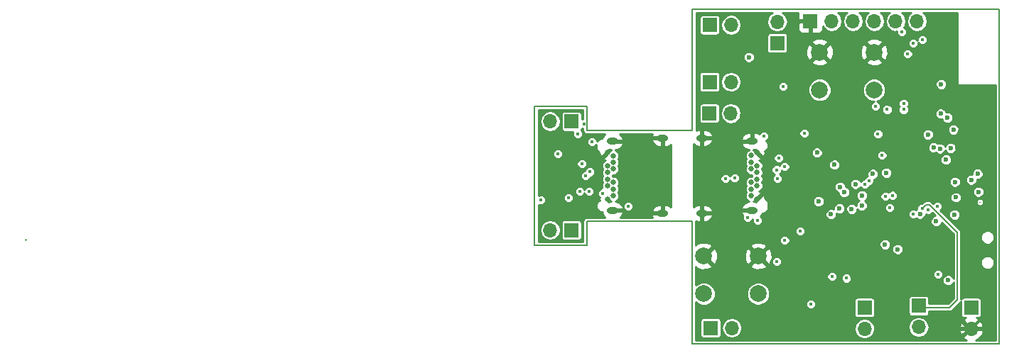
<source format=gbr>
%TF.GenerationSoftware,KiCad,Pcbnew,4.0.7*%
%TF.CreationDate,2019-04-11T13:09:23-05:00*%
%TF.ProjectId,GolfGloveMainBoardV1.0.0,476F6C66476C6F76654D61696E426F61,rev?*%
%TF.FileFunction,Copper,L2,Inr,Signal*%
%FSLAX46Y46*%
G04 Gerber Fmt 4.6, Leading zero omitted, Abs format (unit mm)*
G04 Created by KiCad (PCBNEW 4.0.7) date 04/11/19 13:09:23*
%MOMM*%
%LPD*%
G01*
G04 APERTURE LIST*
%ADD10C,0.100000*%
%ADD11C,0.150000*%
%ADD12O,1.400000X0.800000*%
%ADD13C,0.650000*%
%ADD14C,0.600000*%
%ADD15R,1.700000X1.700000*%
%ADD16O,1.700000X1.700000*%
%ADD17C,2.000000*%
%ADD18C,0.450000*%
%ADD19C,0.250000*%
%ADD20C,0.254000*%
G04 APERTURE END LIST*
D10*
D11*
X148925000Y-151345000D02*
X148925000Y-151355000D01*
X112365000Y-151345000D02*
X148925000Y-151345000D01*
X112365000Y-136675000D02*
X112365000Y-151345000D01*
X99805000Y-136675000D02*
X112365000Y-136675000D01*
X99805000Y-139585000D02*
X99805000Y-136675000D01*
X93605000Y-139585000D02*
X99805000Y-139585000D01*
X93605000Y-122935000D02*
X93605000Y-139585000D01*
X99805000Y-122935000D02*
X93605000Y-122935000D01*
X99805000Y-125835000D02*
X99805000Y-122935000D01*
X112375000Y-125835000D02*
X99805000Y-125835000D01*
X112375000Y-111355000D02*
X112375000Y-125835000D01*
X148925000Y-111355000D02*
X112375000Y-111355000D01*
X148925000Y-151345000D02*
X148925000Y-111355000D01*
D12*
X102870000Y-135390000D03*
X102870000Y-127130000D03*
X108820000Y-126770000D03*
X108820000Y-135750000D03*
D13*
X102270000Y-128460000D03*
X102270000Y-130060000D03*
X102270000Y-130860000D03*
X102270000Y-131660000D03*
X102270000Y-132460000D03*
X102270000Y-134060000D03*
X102970000Y-128860000D03*
X102970000Y-129660000D03*
X102970000Y-130460000D03*
X102970000Y-132060000D03*
X102970000Y-132860000D03*
X102970000Y-133660000D03*
D14*
X148275000Y-120875000D03*
X147325000Y-128275000D03*
X143275000Y-121425000D03*
X146325000Y-124075000D03*
X144475000Y-128675000D03*
X113225000Y-130925000D03*
X147725000Y-146925000D03*
X148075000Y-129925000D03*
X146025000Y-129575000D03*
X145375000Y-130225000D03*
X141225000Y-113425000D03*
X141225000Y-115425000D03*
X141225000Y-112425000D03*
X145725000Y-127325000D03*
X148175000Y-128475000D03*
X144725000Y-122925000D03*
X146325000Y-126775000D03*
X143725000Y-122925000D03*
X145225000Y-123925000D03*
X141225000Y-114425000D03*
X144225000Y-123925000D03*
X146325000Y-125875000D03*
X148025000Y-123725000D03*
X148025000Y-122775000D03*
X145225000Y-121925000D03*
X145225000Y-120925000D03*
X144225000Y-120925000D03*
X147475000Y-129175000D03*
X148225000Y-121775000D03*
X146225000Y-121925000D03*
X144225000Y-121925000D03*
X143225000Y-120425000D03*
X148025000Y-126525000D03*
X148025000Y-124675000D03*
X146225000Y-120925000D03*
X142225000Y-113925000D03*
X142225000Y-117925000D03*
X147925000Y-127525000D03*
X148025000Y-125625000D03*
X142225000Y-118925000D03*
X143225000Y-119425000D03*
X142225000Y-115925000D03*
X146325000Y-124975000D03*
X142225000Y-116925000D03*
X142225000Y-111925000D03*
X142225000Y-112925000D03*
X143225000Y-112425000D03*
X143225000Y-113425000D03*
X143225000Y-114425000D03*
X143225000Y-115425000D03*
X143225000Y-116425000D03*
X143225000Y-117425000D03*
X143225000Y-118425000D03*
X142225000Y-114925000D03*
D15*
X97980000Y-124760000D03*
D16*
X95440000Y-124760000D03*
D12*
X119485000Y-127120000D03*
X119485000Y-135380000D03*
X113535000Y-135740000D03*
X113535000Y-126760000D03*
D13*
X120085000Y-134050000D03*
X120085000Y-132450000D03*
X120085000Y-131650000D03*
X120085000Y-130850000D03*
X120085000Y-130050000D03*
X120085000Y-128450000D03*
X119385000Y-133650000D03*
X119385000Y-132850000D03*
X119385000Y-132050000D03*
X119385000Y-130450000D03*
X119385000Y-129650000D03*
X119385000Y-128850000D03*
D15*
X126450000Y-112800000D03*
D16*
X128990000Y-112800000D03*
X131530000Y-112800000D03*
X134070000Y-112800000D03*
X136610000Y-112800000D03*
X139150000Y-112800000D03*
D15*
X114415000Y-123805000D03*
D16*
X116955000Y-123805000D03*
D15*
X114555000Y-149435000D03*
D16*
X117095000Y-149435000D03*
D15*
X114435000Y-120065000D03*
D16*
X116975000Y-120065000D03*
D15*
X114455000Y-113245000D03*
D16*
X116995000Y-113245000D03*
D15*
X97980000Y-137760000D03*
D16*
X95440000Y-137760000D03*
D15*
X122500000Y-115400000D03*
D16*
X122500000Y-112860000D03*
D17*
X127550000Y-121000000D03*
X127550000Y-116500000D03*
X134050000Y-121000000D03*
X134050000Y-116500000D03*
D15*
X145600000Y-147000000D03*
D16*
X145600000Y-149540000D03*
D15*
X139350000Y-146800000D03*
D16*
X139350000Y-149340000D03*
D15*
X132900000Y-147000000D03*
D16*
X132900000Y-149540000D03*
D17*
X113750000Y-145350000D03*
X113750000Y-140850000D03*
X120250000Y-145350000D03*
X120250000Y-140850000D03*
D18*
X128950000Y-144800000D03*
D14*
X143975000Y-127900000D03*
X142900000Y-134300000D03*
X148085000Y-134585000D03*
X140200000Y-120050000D03*
X142145000Y-139705000D03*
X139595000Y-140060000D03*
X128355000Y-137245000D03*
X129255000Y-141275000D03*
X116025000Y-116695000D03*
X134365000Y-129455000D03*
X134465000Y-138755000D03*
X125175000Y-133745000D03*
X142850000Y-143750000D03*
X135335000Y-139475000D03*
D18*
X122500000Y-131600000D03*
X126500000Y-146600000D03*
X125200000Y-137850000D03*
D14*
X127425000Y-134315000D03*
X130475000Y-133215000D03*
X143605000Y-135905000D03*
X133895000Y-131045000D03*
X127225000Y-128515000D03*
X140450000Y-126350000D03*
X146475000Y-133175000D03*
X141435000Y-136695000D03*
D18*
X134500000Y-126300000D03*
X135000000Y-128800000D03*
X98700000Y-126300000D03*
X97600000Y-133900000D03*
X135600000Y-123350000D03*
X134200000Y-122950000D03*
X137550000Y-123350000D03*
D14*
X141115000Y-127885000D03*
D18*
X137550000Y-122650000D03*
D14*
X141885000Y-128025000D03*
X146365000Y-131025000D03*
X143675000Y-132000000D03*
X143475000Y-125750000D03*
X142025000Y-120325000D03*
X143175000Y-127955000D03*
X145625000Y-131750000D03*
X141975000Y-123850000D03*
X142600000Y-129325000D03*
X142775000Y-124325000D03*
D18*
X125700000Y-126200000D03*
D14*
X131815000Y-132255000D03*
X136845000Y-140035000D03*
D18*
X123400000Y-130150000D03*
D14*
X129985000Y-132605000D03*
X129905000Y-135175000D03*
D18*
X122450000Y-141500000D03*
X130700000Y-143500000D03*
X129000000Y-143300000D03*
D14*
X132565000Y-134825000D03*
X131355000Y-135245000D03*
X129300000Y-129950000D03*
X132595000Y-133635000D03*
D18*
X137350000Y-114100000D03*
X138700000Y-115450000D03*
X139800000Y-115000000D03*
X138050000Y-116700000D03*
X118950000Y-136250000D03*
X120150000Y-136600000D03*
X133450000Y-131850000D03*
X94300000Y-134150000D03*
X96350000Y-128650000D03*
D14*
X143775000Y-133850000D03*
X128895000Y-135875000D03*
D18*
X123400000Y-139000000D03*
X104750000Y-134900000D03*
X98950000Y-133150000D03*
X100100000Y-133150000D03*
X99650000Y-131300000D03*
X99500000Y-125050000D03*
X100150000Y-130800000D03*
X99200000Y-129800000D03*
X100450000Y-127200000D03*
X122650000Y-129150000D03*
X140500000Y-135300000D03*
X101700000Y-133350000D03*
X132900000Y-132300000D03*
X135350000Y-133700000D03*
X135900000Y-135050000D03*
X138700000Y-135850000D03*
D14*
X139500000Y-135800000D03*
D18*
X123200000Y-120600000D03*
X136250000Y-133600000D03*
D14*
X135485000Y-130915000D03*
X119115000Y-117095000D03*
D18*
X95500000Y-133800000D03*
X96500000Y-134400000D03*
X139750000Y-135150000D03*
X141600000Y-134900000D03*
X141650000Y-143050000D03*
X116300000Y-131600000D03*
X120900000Y-126500000D03*
X122400000Y-130550000D03*
X117400000Y-131500000D03*
D19*
X32925000Y-138900000D02*
X32925000Y-138925000D01*
D11*
X146655000Y-134405000D02*
X146655000Y-134415000D01*
X143975000Y-127900000D02*
X143975000Y-128175000D01*
X143975000Y-128175000D02*
X144475000Y-128675000D01*
X142900000Y-134300000D02*
X142925000Y-134325000D01*
X139585000Y-140095000D02*
X139585000Y-140075000D01*
X139595000Y-140065000D02*
X139585000Y-140075000D01*
X139595000Y-140065000D02*
X139595000Y-140060000D01*
X128355000Y-137245000D02*
X128345000Y-137255000D01*
X129255000Y-141275000D02*
X129255000Y-141285000D01*
X116025000Y-116695000D02*
X116075000Y-116695000D01*
X134385000Y-129435000D02*
X134385000Y-129425000D01*
X134365000Y-129455000D02*
X134385000Y-129435000D01*
X134465000Y-138755000D02*
X134465000Y-138765000D01*
X145585000Y-149535000D02*
X145755000Y-149535000D01*
X145755000Y-149535000D02*
X146745000Y-148545000D01*
X145585000Y-149535000D02*
X145625000Y-149535000D01*
X145625000Y-149535000D02*
X146675000Y-148485000D01*
X145585000Y-149535000D02*
X145585000Y-149395000D01*
X145585000Y-149395000D02*
X146535000Y-148445000D01*
X145585000Y-149535000D02*
X145585000Y-149695000D01*
X145585000Y-149695000D02*
X144525000Y-150755000D01*
X145585000Y-149535000D02*
X145255000Y-149535000D01*
X145255000Y-149535000D02*
X144305000Y-150485000D01*
X144305000Y-150485000D02*
X144285000Y-150485000D01*
X145585000Y-149535000D02*
X145395000Y-149535000D01*
X145395000Y-149535000D02*
X144395000Y-150535000D01*
X145585000Y-149535000D02*
X145575000Y-149535000D01*
X145575000Y-149535000D02*
X144445000Y-150665000D01*
X145585000Y-149535000D02*
X144455000Y-148405000D01*
X145585000Y-149535000D02*
X145435000Y-149535000D01*
X145435000Y-149535000D02*
X144415000Y-148515000D01*
X145585000Y-149535000D02*
X145245000Y-149535000D01*
X145245000Y-149535000D02*
X144395000Y-148685000D01*
X145585000Y-149535000D02*
X145585000Y-149345000D01*
X145585000Y-149345000D02*
X144425000Y-148185000D01*
X139545000Y-146995000D02*
X139350000Y-146800000D01*
X139545000Y-146995000D02*
X143045000Y-146995000D01*
X139750000Y-135150000D02*
X140200000Y-134700000D01*
X140200000Y-134700000D02*
X140600000Y-134700000D01*
X140600000Y-134700000D02*
X143950000Y-138050000D01*
X143950000Y-138050000D02*
X143950000Y-146090000D01*
X143950000Y-146090000D02*
X143045000Y-146995000D01*
D20*
G36*
X121608342Y-111992380D02*
X121342362Y-112390447D01*
X121248962Y-112860000D01*
X121342362Y-113329553D01*
X121608342Y-113727620D01*
X122006409Y-113993600D01*
X122475962Y-114087000D01*
X122524038Y-114087000D01*
X122993591Y-113993600D01*
X123391658Y-113727620D01*
X123657638Y-113329553D01*
X123706133Y-113085750D01*
X124965000Y-113085750D01*
X124965000Y-113776309D01*
X125061673Y-114009698D01*
X125240301Y-114188327D01*
X125473690Y-114285000D01*
X126164250Y-114285000D01*
X126323000Y-114126250D01*
X126323000Y-112927000D01*
X125123750Y-112927000D01*
X124965000Y-113085750D01*
X123706133Y-113085750D01*
X123751038Y-112860000D01*
X123657638Y-112390447D01*
X123391658Y-111992380D01*
X123114217Y-111807000D01*
X124971914Y-111807000D01*
X124965000Y-111823691D01*
X124965000Y-112514250D01*
X125123750Y-112673000D01*
X126323000Y-112673000D01*
X126323000Y-112653000D01*
X126577000Y-112653000D01*
X126577000Y-112673000D01*
X126597000Y-112673000D01*
X126597000Y-112927000D01*
X126577000Y-112927000D01*
X126577000Y-114126250D01*
X126735750Y-114285000D01*
X127426310Y-114285000D01*
X127659699Y-114188327D01*
X127838327Y-114009698D01*
X127935000Y-113776309D01*
X127935000Y-113411224D01*
X128122380Y-113691658D01*
X128520447Y-113957638D01*
X128990000Y-114051038D01*
X129459553Y-113957638D01*
X129857620Y-113691658D01*
X130123600Y-113293591D01*
X130217000Y-112824038D01*
X130217000Y-112775962D01*
X130123600Y-112306409D01*
X129857620Y-111908342D01*
X129705951Y-111807000D01*
X130814049Y-111807000D01*
X130662380Y-111908342D01*
X130396400Y-112306409D01*
X130303000Y-112775962D01*
X130303000Y-112824038D01*
X130396400Y-113293591D01*
X130662380Y-113691658D01*
X131060447Y-113957638D01*
X131530000Y-114051038D01*
X131999553Y-113957638D01*
X132397620Y-113691658D01*
X132663600Y-113293591D01*
X132757000Y-112824038D01*
X132757000Y-112775962D01*
X132663600Y-112306409D01*
X132397620Y-111908342D01*
X132245951Y-111807000D01*
X133354049Y-111807000D01*
X133202380Y-111908342D01*
X132936400Y-112306409D01*
X132843000Y-112775962D01*
X132843000Y-112824038D01*
X132936400Y-113293591D01*
X133202380Y-113691658D01*
X133600447Y-113957638D01*
X134070000Y-114051038D01*
X134539553Y-113957638D01*
X134937620Y-113691658D01*
X135203600Y-113293591D01*
X135297000Y-112824038D01*
X135297000Y-112775962D01*
X135203600Y-112306409D01*
X134937620Y-111908342D01*
X134785951Y-111807000D01*
X135894049Y-111807000D01*
X135742380Y-111908342D01*
X135476400Y-112306409D01*
X135383000Y-112775962D01*
X135383000Y-112824038D01*
X135476400Y-113293591D01*
X135742380Y-113691658D01*
X136140447Y-113957638D01*
X136610000Y-114051038D01*
X136748067Y-114023575D01*
X136747896Y-114219220D01*
X136839352Y-114440560D01*
X137008549Y-114610053D01*
X137229729Y-114701895D01*
X137469220Y-114702104D01*
X137690560Y-114610648D01*
X137860053Y-114441451D01*
X137951895Y-114220271D01*
X137952104Y-113980780D01*
X137860648Y-113759440D01*
X137691451Y-113589947D01*
X137577263Y-113542532D01*
X137743600Y-113293591D01*
X137837000Y-112824038D01*
X137837000Y-112775962D01*
X137743600Y-112306409D01*
X137477620Y-111908342D01*
X137325951Y-111807000D01*
X138434049Y-111807000D01*
X138282380Y-111908342D01*
X138016400Y-112306409D01*
X137923000Y-112775962D01*
X137923000Y-112824038D01*
X138016400Y-113293591D01*
X138282380Y-113691658D01*
X138680447Y-113957638D01*
X139150000Y-114051038D01*
X139619553Y-113957638D01*
X140017620Y-113691658D01*
X140283600Y-113293591D01*
X140377000Y-112824038D01*
X140377000Y-112775962D01*
X140283600Y-112306409D01*
X140017620Y-111908342D01*
X139865951Y-111807000D01*
X143948298Y-111807000D01*
X143958000Y-120335144D01*
X143966685Y-120381159D01*
X143993965Y-120423553D01*
X144035590Y-120451994D01*
X144085000Y-120462000D01*
X148473000Y-120462000D01*
X148473000Y-150893000D01*
X146145310Y-150893000D01*
X146481358Y-150735183D01*
X146871645Y-150306924D01*
X147041476Y-149896890D01*
X146920155Y-149667000D01*
X145727000Y-149667000D01*
X145727000Y-149687000D01*
X145473000Y-149687000D01*
X145473000Y-149667000D01*
X144279845Y-149667000D01*
X144158524Y-149896890D01*
X144328355Y-150306924D01*
X144718642Y-150735183D01*
X145054690Y-150893000D01*
X112817000Y-150893000D01*
X112817000Y-148585000D01*
X113320615Y-148585000D01*
X113320615Y-150285000D01*
X113346903Y-150424708D01*
X113429470Y-150553020D01*
X113555453Y-150639101D01*
X113705000Y-150669385D01*
X115405000Y-150669385D01*
X115544708Y-150643097D01*
X115673020Y-150560530D01*
X115759101Y-150434547D01*
X115789385Y-150285000D01*
X115789385Y-149410962D01*
X115868000Y-149410962D01*
X115868000Y-149459038D01*
X115961400Y-149928591D01*
X116227380Y-150326658D01*
X116625447Y-150592638D01*
X117095000Y-150686038D01*
X117564553Y-150592638D01*
X117962620Y-150326658D01*
X118228600Y-149928591D01*
X118305895Y-149540000D01*
X131648962Y-149540000D01*
X131742362Y-150009553D01*
X132008342Y-150407620D01*
X132406409Y-150673600D01*
X132875962Y-150767000D01*
X132924038Y-150767000D01*
X133393591Y-150673600D01*
X133791658Y-150407620D01*
X134057638Y-150009553D01*
X134151038Y-149540000D01*
X134111256Y-149340000D01*
X138098962Y-149340000D01*
X138192362Y-149809553D01*
X138458342Y-150207620D01*
X138856409Y-150473600D01*
X139325962Y-150567000D01*
X139374038Y-150567000D01*
X139843591Y-150473600D01*
X140241658Y-150207620D01*
X140507638Y-149809553D01*
X140601038Y-149340000D01*
X140507638Y-148870447D01*
X140241658Y-148472380D01*
X139843591Y-148206400D01*
X139374038Y-148113000D01*
X139325962Y-148113000D01*
X138856409Y-148206400D01*
X138458342Y-148472380D01*
X138192362Y-148870447D01*
X138098962Y-149340000D01*
X134111256Y-149340000D01*
X134057638Y-149070447D01*
X133791658Y-148672380D01*
X133393591Y-148406400D01*
X132924038Y-148313000D01*
X132875962Y-148313000D01*
X132406409Y-148406400D01*
X132008342Y-148672380D01*
X131742362Y-149070447D01*
X131648962Y-149540000D01*
X118305895Y-149540000D01*
X118322000Y-149459038D01*
X118322000Y-149410962D01*
X118228600Y-148941409D01*
X117962620Y-148543342D01*
X117564553Y-148277362D01*
X117095000Y-148183962D01*
X116625447Y-148277362D01*
X116227380Y-148543342D01*
X115961400Y-148941409D01*
X115868000Y-149410962D01*
X115789385Y-149410962D01*
X115789385Y-148585000D01*
X115763097Y-148445292D01*
X115680530Y-148316980D01*
X115554547Y-148230899D01*
X115405000Y-148200615D01*
X113705000Y-148200615D01*
X113565292Y-148226903D01*
X113436980Y-148309470D01*
X113350899Y-148435453D01*
X113320615Y-148585000D01*
X112817000Y-148585000D01*
X112817000Y-146364444D01*
X112968974Y-146516683D01*
X113474896Y-146726760D01*
X114022701Y-146727238D01*
X114528989Y-146518044D01*
X114916683Y-146131026D01*
X115126760Y-145625104D01*
X115126762Y-145622701D01*
X118872762Y-145622701D01*
X119081956Y-146128989D01*
X119468974Y-146516683D01*
X119974896Y-146726760D01*
X120522701Y-146727238D01*
X120542106Y-146719220D01*
X125897896Y-146719220D01*
X125989352Y-146940560D01*
X126158549Y-147110053D01*
X126379729Y-147201895D01*
X126619220Y-147202104D01*
X126840560Y-147110648D01*
X127010053Y-146941451D01*
X127101895Y-146720271D01*
X127102104Y-146480780D01*
X127010648Y-146259440D01*
X126901400Y-146150000D01*
X131665615Y-146150000D01*
X131665615Y-147850000D01*
X131691903Y-147989708D01*
X131774470Y-148118020D01*
X131900453Y-148204101D01*
X132050000Y-148234385D01*
X133750000Y-148234385D01*
X133889708Y-148208097D01*
X134018020Y-148125530D01*
X134104101Y-147999547D01*
X134134385Y-147850000D01*
X134134385Y-146150000D01*
X134108097Y-146010292D01*
X134025530Y-145881980D01*
X133899547Y-145795899D01*
X133750000Y-145765615D01*
X132050000Y-145765615D01*
X131910292Y-145791903D01*
X131781980Y-145874470D01*
X131695899Y-146000453D01*
X131665615Y-146150000D01*
X126901400Y-146150000D01*
X126841451Y-146089947D01*
X126620271Y-145998105D01*
X126380780Y-145997896D01*
X126159440Y-146089352D01*
X125989947Y-146258549D01*
X125898105Y-146479729D01*
X125897896Y-146719220D01*
X120542106Y-146719220D01*
X121028989Y-146518044D01*
X121416683Y-146131026D01*
X121626760Y-145625104D01*
X121627238Y-145077299D01*
X121418044Y-144571011D01*
X121031026Y-144183317D01*
X120525104Y-143973240D01*
X119977299Y-143972762D01*
X119471011Y-144181956D01*
X119083317Y-144568974D01*
X118873240Y-145074896D01*
X118872762Y-145622701D01*
X115126762Y-145622701D01*
X115127238Y-145077299D01*
X114918044Y-144571011D01*
X114531026Y-144183317D01*
X114025104Y-143973240D01*
X113477299Y-143972762D01*
X112971011Y-144181956D01*
X112817000Y-144335698D01*
X112817000Y-143419220D01*
X128397896Y-143419220D01*
X128489352Y-143640560D01*
X128658549Y-143810053D01*
X128879729Y-143901895D01*
X129119220Y-143902104D01*
X129340560Y-143810648D01*
X129510053Y-143641451D01*
X129519284Y-143619220D01*
X130097896Y-143619220D01*
X130189352Y-143840560D01*
X130358549Y-144010053D01*
X130579729Y-144101895D01*
X130819220Y-144102104D01*
X131040560Y-144010648D01*
X131210053Y-143841451D01*
X131301895Y-143620271D01*
X131302104Y-143380780D01*
X131214690Y-143169220D01*
X141047896Y-143169220D01*
X141139352Y-143390560D01*
X141308549Y-143560053D01*
X141529729Y-143651895D01*
X141769220Y-143652104D01*
X141990560Y-143560648D01*
X142160053Y-143391451D01*
X142251895Y-143170271D01*
X142252104Y-142930780D01*
X142160648Y-142709440D01*
X141991451Y-142539947D01*
X141770271Y-142448105D01*
X141530780Y-142447896D01*
X141309440Y-142539352D01*
X141139947Y-142708549D01*
X141048105Y-142929729D01*
X141047896Y-143169220D01*
X131214690Y-143169220D01*
X131210648Y-143159440D01*
X131041451Y-142989947D01*
X130820271Y-142898105D01*
X130580780Y-142897896D01*
X130359440Y-142989352D01*
X130189947Y-143158549D01*
X130098105Y-143379729D01*
X130097896Y-143619220D01*
X129519284Y-143619220D01*
X129601895Y-143420271D01*
X129602104Y-143180780D01*
X129510648Y-142959440D01*
X129341451Y-142789947D01*
X129120271Y-142698105D01*
X128880780Y-142697896D01*
X128659440Y-142789352D01*
X128489947Y-142958549D01*
X128398105Y-143179729D01*
X128397896Y-143419220D01*
X112817000Y-143419220D01*
X112817000Y-142110523D01*
X112875736Y-142269387D01*
X113485461Y-142495908D01*
X114135460Y-142471856D01*
X114624264Y-142269387D01*
X114722927Y-142002532D01*
X119277073Y-142002532D01*
X119375736Y-142269387D01*
X119985461Y-142495908D01*
X120635460Y-142471856D01*
X121124264Y-142269387D01*
X121222927Y-142002532D01*
X120250000Y-141029605D01*
X119277073Y-142002532D01*
X114722927Y-142002532D01*
X113750000Y-141029605D01*
X113735858Y-141043748D01*
X113556253Y-140864143D01*
X113570395Y-140850000D01*
X113929605Y-140850000D01*
X114902532Y-141822927D01*
X115169387Y-141724264D01*
X115395908Y-141114539D01*
X115376331Y-140585461D01*
X118604092Y-140585461D01*
X118628144Y-141235460D01*
X118830613Y-141724264D01*
X119097468Y-141822927D01*
X120070395Y-140850000D01*
X120429605Y-140850000D01*
X121402532Y-141822927D01*
X121669387Y-141724264D01*
X121708412Y-141619220D01*
X121847896Y-141619220D01*
X121939352Y-141840560D01*
X122108549Y-142010053D01*
X122329729Y-142101895D01*
X122569220Y-142102104D01*
X122790560Y-142010648D01*
X122960053Y-141841451D01*
X123051895Y-141620271D01*
X123052104Y-141380780D01*
X122960648Y-141159440D01*
X122791451Y-140989947D01*
X122570271Y-140898105D01*
X122330780Y-140897896D01*
X122109440Y-140989352D01*
X121939947Y-141158549D01*
X121848105Y-141379729D01*
X121847896Y-141619220D01*
X121708412Y-141619220D01*
X121895908Y-141114539D01*
X121871856Y-140464540D01*
X121749470Y-140169073D01*
X136167883Y-140169073D01*
X136270733Y-140417989D01*
X136461010Y-140608598D01*
X136709746Y-140711882D01*
X136979073Y-140712117D01*
X137227989Y-140609267D01*
X137418598Y-140418990D01*
X137521882Y-140170254D01*
X137522117Y-139900927D01*
X137419267Y-139652011D01*
X137228990Y-139461402D01*
X136980254Y-139358118D01*
X136710927Y-139357883D01*
X136462011Y-139460733D01*
X136271402Y-139651010D01*
X136168118Y-139899746D01*
X136167883Y-140169073D01*
X121749470Y-140169073D01*
X121669387Y-139975736D01*
X121402532Y-139877073D01*
X120429605Y-140850000D01*
X120070395Y-140850000D01*
X119097468Y-139877073D01*
X118830613Y-139975736D01*
X118604092Y-140585461D01*
X115376331Y-140585461D01*
X115371856Y-140464540D01*
X115169387Y-139975736D01*
X114902532Y-139877073D01*
X113929605Y-140850000D01*
X113570395Y-140850000D01*
X113556253Y-140835858D01*
X113735858Y-140656253D01*
X113750000Y-140670395D01*
X114722927Y-139697468D01*
X119277073Y-139697468D01*
X120250000Y-140670395D01*
X121222927Y-139697468D01*
X121190246Y-139609073D01*
X134657883Y-139609073D01*
X134760733Y-139857989D01*
X134951010Y-140048598D01*
X135199746Y-140151882D01*
X135469073Y-140152117D01*
X135717989Y-140049267D01*
X135908598Y-139858990D01*
X136011882Y-139610254D01*
X136012117Y-139340927D01*
X135909267Y-139092011D01*
X135718990Y-138901402D01*
X135470254Y-138798118D01*
X135200927Y-138797883D01*
X134952011Y-138900733D01*
X134761402Y-139091010D01*
X134658118Y-139339746D01*
X134657883Y-139609073D01*
X121190246Y-139609073D01*
X121124264Y-139430613D01*
X120514539Y-139204092D01*
X119864540Y-139228144D01*
X119375736Y-139430613D01*
X119277073Y-139697468D01*
X114722927Y-139697468D01*
X114624264Y-139430613D01*
X114014539Y-139204092D01*
X113364540Y-139228144D01*
X112875736Y-139430613D01*
X112817000Y-139589477D01*
X112817000Y-139119220D01*
X122797896Y-139119220D01*
X122889352Y-139340560D01*
X123058549Y-139510053D01*
X123279729Y-139601895D01*
X123519220Y-139602104D01*
X123740560Y-139510648D01*
X123910053Y-139341451D01*
X124001895Y-139120271D01*
X124002104Y-138880780D01*
X123910648Y-138659440D01*
X123741451Y-138489947D01*
X123520271Y-138398105D01*
X123280780Y-138397896D01*
X123059440Y-138489352D01*
X122889947Y-138658549D01*
X122798105Y-138879729D01*
X122797896Y-139119220D01*
X112817000Y-139119220D01*
X112817000Y-137969220D01*
X124597896Y-137969220D01*
X124689352Y-138190560D01*
X124858549Y-138360053D01*
X125079729Y-138451895D01*
X125319220Y-138452104D01*
X125540560Y-138360648D01*
X125710053Y-138191451D01*
X125801895Y-137970271D01*
X125802104Y-137730780D01*
X125710648Y-137509440D01*
X125541451Y-137339947D01*
X125320271Y-137248105D01*
X125080780Y-137247896D01*
X124859440Y-137339352D01*
X124689947Y-137508549D01*
X124598105Y-137729729D01*
X124597896Y-137969220D01*
X112817000Y-137969220D01*
X112817000Y-136679068D01*
X113108000Y-136775000D01*
X113408000Y-136775000D01*
X113408000Y-135867000D01*
X113662000Y-135867000D01*
X113662000Y-136775000D01*
X113962000Y-136775000D01*
X114348410Y-136647615D01*
X114656658Y-136382053D01*
X114829666Y-136026123D01*
X114701998Y-135867000D01*
X113662000Y-135867000D01*
X113408000Y-135867000D01*
X113388000Y-135867000D01*
X113388000Y-135613000D01*
X113408000Y-135613000D01*
X113408000Y-134705000D01*
X113662000Y-134705000D01*
X113662000Y-135613000D01*
X114701998Y-135613000D01*
X114829666Y-135453877D01*
X114656658Y-135097947D01*
X114348410Y-134832385D01*
X113962000Y-134705000D01*
X113662000Y-134705000D01*
X113408000Y-134705000D01*
X113108000Y-134705000D01*
X112721590Y-134832385D01*
X112507917Y-135016469D01*
X112507093Y-131719220D01*
X115697896Y-131719220D01*
X115789352Y-131940560D01*
X115958549Y-132110053D01*
X116179729Y-132201895D01*
X116419220Y-132202104D01*
X116640560Y-132110648D01*
X116810053Y-131941451D01*
X116870695Y-131795408D01*
X116889352Y-131840560D01*
X117058549Y-132010053D01*
X117279729Y-132101895D01*
X117519220Y-132102104D01*
X117740560Y-132010648D01*
X117910053Y-131841451D01*
X118001895Y-131620271D01*
X118002104Y-131380780D01*
X117910648Y-131159440D01*
X117741451Y-130989947D01*
X117520271Y-130898105D01*
X117280780Y-130897896D01*
X117059440Y-130989352D01*
X116889947Y-131158549D01*
X116829305Y-131304592D01*
X116810648Y-131259440D01*
X116641451Y-131089947D01*
X116420271Y-130998105D01*
X116180780Y-130997896D01*
X115959440Y-131089352D01*
X115789947Y-131258549D01*
X115698105Y-131479729D01*
X115697896Y-131719220D01*
X112507093Y-131719220D01*
X112506033Y-127481908D01*
X112721590Y-127667615D01*
X113108000Y-127795000D01*
X113408000Y-127795000D01*
X113408000Y-126887000D01*
X113662000Y-126887000D01*
X113662000Y-127795000D01*
X113962000Y-127795000D01*
X114348410Y-127667615D01*
X114651933Y-127406123D01*
X118190334Y-127406123D01*
X118363342Y-127762053D01*
X118671590Y-128027615D01*
X119058000Y-128155000D01*
X119171393Y-128155000D01*
X119162926Y-128182194D01*
X118987868Y-128254526D01*
X118790220Y-128451830D01*
X118683122Y-128709751D01*
X118682878Y-128989024D01*
X118789526Y-129247132D01*
X118792221Y-129249832D01*
X118790220Y-129251830D01*
X118683122Y-129509751D01*
X118682878Y-129789024D01*
X118789526Y-130047132D01*
X118792221Y-130049832D01*
X118790220Y-130051830D01*
X118683122Y-130309751D01*
X118682878Y-130589024D01*
X118789526Y-130847132D01*
X118986830Y-131044780D01*
X119244751Y-131151878D01*
X119450242Y-131152058D01*
X119489526Y-131247132D01*
X119492221Y-131249832D01*
X119490220Y-131251830D01*
X119450263Y-131348056D01*
X119245976Y-131347878D01*
X118987868Y-131454526D01*
X118790220Y-131651830D01*
X118683122Y-131909751D01*
X118682878Y-132189024D01*
X118789526Y-132447132D01*
X118792221Y-132449832D01*
X118790220Y-132451830D01*
X118683122Y-132709751D01*
X118682878Y-132989024D01*
X118789526Y-133247132D01*
X118792221Y-133249832D01*
X118790220Y-133251830D01*
X118683122Y-133509751D01*
X118682878Y-133789024D01*
X118789526Y-134047132D01*
X118986830Y-134244780D01*
X119144742Y-134310351D01*
X119146283Y-134327262D01*
X119153630Y-134345000D01*
X119058000Y-134345000D01*
X118671590Y-134472385D01*
X118363342Y-134737947D01*
X118190334Y-135093877D01*
X118318002Y-135253000D01*
X119358000Y-135253000D01*
X119358000Y-135233000D01*
X119612000Y-135233000D01*
X119612000Y-135253000D01*
X119632000Y-135253000D01*
X119632000Y-135507000D01*
X119612000Y-135507000D01*
X119612000Y-135527000D01*
X119358000Y-135527000D01*
X119358000Y-135507000D01*
X118318002Y-135507000D01*
X118190334Y-135666123D01*
X118363342Y-136022053D01*
X118385050Y-136040755D01*
X118348105Y-136129729D01*
X118347896Y-136369220D01*
X118439352Y-136590560D01*
X118608549Y-136760053D01*
X118829729Y-136851895D01*
X119069220Y-136852104D01*
X119290560Y-136760648D01*
X119460053Y-136591451D01*
X119533322Y-136415000D01*
X119574983Y-136415000D01*
X119548105Y-136479729D01*
X119547896Y-136719220D01*
X119639352Y-136940560D01*
X119808549Y-137110053D01*
X120029729Y-137201895D01*
X120269220Y-137202104D01*
X120490560Y-137110648D01*
X120660053Y-136941451D01*
X120751895Y-136720271D01*
X120752104Y-136480780D01*
X120660648Y-136259440D01*
X120508281Y-136106807D01*
X120606658Y-136022053D01*
X120612967Y-136009073D01*
X128217883Y-136009073D01*
X128320733Y-136257989D01*
X128511010Y-136448598D01*
X128759746Y-136551882D01*
X129029073Y-136552117D01*
X129277989Y-136449267D01*
X129468598Y-136258990D01*
X129571882Y-136010254D01*
X129571917Y-135969220D01*
X138097896Y-135969220D01*
X138189352Y-136190560D01*
X138358549Y-136360053D01*
X138579729Y-136451895D01*
X138819220Y-136452104D01*
X139040560Y-136360648D01*
X139071876Y-136329387D01*
X139116010Y-136373598D01*
X139364746Y-136476882D01*
X139634073Y-136477117D01*
X139882989Y-136374267D01*
X140073598Y-136183990D01*
X140176882Y-135935254D01*
X140176985Y-135817708D01*
X140379729Y-135901895D01*
X140619220Y-135902104D01*
X140840560Y-135810648D01*
X140956093Y-135695317D01*
X141285170Y-136024394D01*
X141052011Y-136120733D01*
X140861402Y-136311010D01*
X140758118Y-136559746D01*
X140757883Y-136829073D01*
X140860733Y-137077989D01*
X141051010Y-137268598D01*
X141299746Y-137371882D01*
X141569073Y-137372117D01*
X141817989Y-137269267D01*
X142008598Y-137078990D01*
X142105764Y-136844988D01*
X143498000Y-138237225D01*
X143498000Y-143545458D01*
X143424267Y-143367011D01*
X143233990Y-143176402D01*
X142985254Y-143073118D01*
X142715927Y-143072883D01*
X142467011Y-143175733D01*
X142276402Y-143366010D01*
X142173118Y-143614746D01*
X142172883Y-143884073D01*
X142275733Y-144132989D01*
X142466010Y-144323598D01*
X142714746Y-144426882D01*
X142984073Y-144427117D01*
X143232989Y-144324267D01*
X143423598Y-144133990D01*
X143498000Y-143954810D01*
X143498000Y-145902776D01*
X142857776Y-146543000D01*
X140584385Y-146543000D01*
X140584385Y-145950000D01*
X140558097Y-145810292D01*
X140475530Y-145681980D01*
X140349547Y-145595899D01*
X140200000Y-145565615D01*
X138500000Y-145565615D01*
X138360292Y-145591903D01*
X138231980Y-145674470D01*
X138145899Y-145800453D01*
X138115615Y-145950000D01*
X138115615Y-147650000D01*
X138141903Y-147789708D01*
X138224470Y-147918020D01*
X138350453Y-148004101D01*
X138500000Y-148034385D01*
X140200000Y-148034385D01*
X140339708Y-148008097D01*
X140468020Y-147925530D01*
X140554101Y-147799547D01*
X140584385Y-147650000D01*
X140584385Y-147447000D01*
X143045000Y-147447000D01*
X143217973Y-147412594D01*
X143364612Y-147314612D01*
X144269612Y-146409612D01*
X144365615Y-146265935D01*
X144365615Y-147850000D01*
X144391903Y-147989708D01*
X144474470Y-148118020D01*
X144600453Y-148204101D01*
X144750000Y-148234385D01*
X144953791Y-148234385D01*
X144718642Y-148344817D01*
X144328355Y-148773076D01*
X144158524Y-149183110D01*
X144279845Y-149413000D01*
X145473000Y-149413000D01*
X145473000Y-149393000D01*
X145727000Y-149393000D01*
X145727000Y-149413000D01*
X146920155Y-149413000D01*
X147041476Y-149183110D01*
X146871645Y-148773076D01*
X146481358Y-148344817D01*
X146246209Y-148234385D01*
X146450000Y-148234385D01*
X146589708Y-148208097D01*
X146718020Y-148125530D01*
X146804101Y-147999547D01*
X146834385Y-147850000D01*
X146834385Y-146150000D01*
X146808097Y-146010292D01*
X146725530Y-145881980D01*
X146599547Y-145795899D01*
X146450000Y-145765615D01*
X144750000Y-145765615D01*
X144610292Y-145791903D01*
X144481980Y-145874470D01*
X144402000Y-145991524D01*
X144402000Y-141788779D01*
X146727857Y-141788779D01*
X146853495Y-142092846D01*
X147085930Y-142325688D01*
X147389778Y-142451856D01*
X147718779Y-142452143D01*
X148022846Y-142326505D01*
X148255688Y-142094070D01*
X148381856Y-141790222D01*
X148382143Y-141461221D01*
X148256505Y-141157154D01*
X148024070Y-140924312D01*
X147720222Y-140798144D01*
X147391221Y-140797857D01*
X147087154Y-140923495D01*
X146854312Y-141155930D01*
X146728144Y-141459778D01*
X146727857Y-141788779D01*
X144402000Y-141788779D01*
X144402000Y-138788779D01*
X146727857Y-138788779D01*
X146853495Y-139092846D01*
X147085930Y-139325688D01*
X147389778Y-139451856D01*
X147718779Y-139452143D01*
X148022846Y-139326505D01*
X148255688Y-139094070D01*
X148381856Y-138790222D01*
X148382143Y-138461221D01*
X148256505Y-138157154D01*
X148024070Y-137924312D01*
X147720222Y-137798144D01*
X147391221Y-137797857D01*
X147087154Y-137923495D01*
X146854312Y-138155930D01*
X146728144Y-138459778D01*
X146727857Y-138788779D01*
X144402000Y-138788779D01*
X144402000Y-138050000D01*
X144367594Y-137877027D01*
X144314694Y-137797857D01*
X144269612Y-137730387D01*
X142578298Y-136039073D01*
X142927883Y-136039073D01*
X143030733Y-136287989D01*
X143221010Y-136478598D01*
X143469746Y-136581882D01*
X143739073Y-136582117D01*
X143987989Y-136479267D01*
X144178598Y-136288990D01*
X144281882Y-136040254D01*
X144282117Y-135770927D01*
X144179267Y-135522011D01*
X143988990Y-135331402D01*
X143740254Y-135228118D01*
X143470927Y-135227883D01*
X143222011Y-135330733D01*
X143031402Y-135521010D01*
X142928118Y-135769746D01*
X142927883Y-136039073D01*
X142578298Y-136039073D01*
X141945220Y-135405996D01*
X142110053Y-135241451D01*
X142201895Y-135020271D01*
X142202104Y-134780780D01*
X142110648Y-134559440D01*
X141941451Y-134389947D01*
X141720271Y-134298105D01*
X141480780Y-134297896D01*
X141259440Y-134389352D01*
X141093863Y-134554639D01*
X140919612Y-134380388D01*
X140772973Y-134282406D01*
X140600000Y-134248000D01*
X140200000Y-134248000D01*
X140027027Y-134282406D01*
X139880388Y-134380388D01*
X139712808Y-134547968D01*
X139630780Y-134547896D01*
X139409440Y-134639352D01*
X139239947Y-134808549D01*
X139148105Y-135029729D01*
X139147945Y-135212951D01*
X139117011Y-135225733D01*
X139014011Y-135328553D01*
X138820271Y-135248105D01*
X138580780Y-135247896D01*
X138359440Y-135339352D01*
X138189947Y-135508549D01*
X138098105Y-135729729D01*
X138097896Y-135969220D01*
X129571917Y-135969220D01*
X129572092Y-135769809D01*
X129769746Y-135851882D01*
X130039073Y-135852117D01*
X130287989Y-135749267D01*
X130478598Y-135558990D01*
X130553305Y-135379073D01*
X130677883Y-135379073D01*
X130780733Y-135627989D01*
X130971010Y-135818598D01*
X131219746Y-135921882D01*
X131489073Y-135922117D01*
X131737989Y-135819267D01*
X131928598Y-135628990D01*
X132031882Y-135380254D01*
X132031996Y-135249324D01*
X132181010Y-135398598D01*
X132429746Y-135501882D01*
X132699073Y-135502117D01*
X132947989Y-135399267D01*
X133138598Y-135208990D01*
X133155111Y-135169220D01*
X135297896Y-135169220D01*
X135389352Y-135390560D01*
X135558549Y-135560053D01*
X135779729Y-135651895D01*
X136019220Y-135652104D01*
X136240560Y-135560648D01*
X136410053Y-135391451D01*
X136501895Y-135170271D01*
X136502104Y-134930780D01*
X136410648Y-134709440D01*
X136241451Y-134539947D01*
X136020271Y-134448105D01*
X135780780Y-134447896D01*
X135559440Y-134539352D01*
X135389947Y-134708549D01*
X135298105Y-134929729D01*
X135297896Y-135169220D01*
X133155111Y-135169220D01*
X133241882Y-134960254D01*
X133242117Y-134690927D01*
X133139267Y-134442011D01*
X132948990Y-134251402D01*
X132912592Y-134236288D01*
X132977989Y-134209267D01*
X133168598Y-134018990D01*
X133251549Y-133819220D01*
X134747896Y-133819220D01*
X134839352Y-134040560D01*
X135008549Y-134210053D01*
X135229729Y-134301895D01*
X135469220Y-134302104D01*
X135690560Y-134210648D01*
X135850042Y-134051444D01*
X135908549Y-134110053D01*
X136129729Y-134201895D01*
X136369220Y-134202104D01*
X136590560Y-134110648D01*
X136717356Y-133984073D01*
X143097883Y-133984073D01*
X143200733Y-134232989D01*
X143391010Y-134423598D01*
X143639746Y-134526882D01*
X143909073Y-134527117D01*
X144157989Y-134424267D01*
X144177289Y-134405000D01*
X146203000Y-134405000D01*
X146203000Y-134415000D01*
X146237406Y-134587973D01*
X146335388Y-134734612D01*
X146482027Y-134832594D01*
X146655000Y-134867000D01*
X146827973Y-134832594D01*
X146974612Y-134734612D01*
X147072594Y-134587973D01*
X147107000Y-134415000D01*
X147107000Y-134405000D01*
X147072594Y-134232027D01*
X146974612Y-134085388D01*
X146827973Y-133987406D01*
X146655000Y-133953000D01*
X146482027Y-133987406D01*
X146335388Y-134085388D01*
X146237406Y-134232027D01*
X146203000Y-134405000D01*
X144177289Y-134405000D01*
X144348598Y-134233990D01*
X144451882Y-133985254D01*
X144452117Y-133715927D01*
X144349267Y-133467011D01*
X144191605Y-133309073D01*
X145797883Y-133309073D01*
X145900733Y-133557989D01*
X146091010Y-133748598D01*
X146339746Y-133851882D01*
X146609073Y-133852117D01*
X146857989Y-133749267D01*
X147048598Y-133558990D01*
X147151882Y-133310254D01*
X147152117Y-133040927D01*
X147049267Y-132792011D01*
X146858990Y-132601402D01*
X146610254Y-132498118D01*
X146340927Y-132497883D01*
X146092011Y-132600733D01*
X145901402Y-132791010D01*
X145798118Y-133039746D01*
X145797883Y-133309073D01*
X144191605Y-133309073D01*
X144158990Y-133276402D01*
X143910254Y-133173118D01*
X143640927Y-133172883D01*
X143392011Y-133275733D01*
X143201402Y-133466010D01*
X143098118Y-133714746D01*
X143097883Y-133984073D01*
X136717356Y-133984073D01*
X136760053Y-133941451D01*
X136851895Y-133720271D01*
X136852104Y-133480780D01*
X136760648Y-133259440D01*
X136591451Y-133089947D01*
X136370271Y-132998105D01*
X136130780Y-132997896D01*
X135909440Y-133089352D01*
X135749958Y-133248556D01*
X135691451Y-133189947D01*
X135470271Y-133098105D01*
X135230780Y-133097896D01*
X135009440Y-133189352D01*
X134839947Y-133358549D01*
X134748105Y-133579729D01*
X134747896Y-133819220D01*
X133251549Y-133819220D01*
X133271882Y-133770254D01*
X133272117Y-133500927D01*
X133169267Y-133252011D01*
X132978990Y-133061402D01*
X132730254Y-132958118D01*
X132460927Y-132957883D01*
X132212011Y-133060733D01*
X132021402Y-133251010D01*
X131918118Y-133499746D01*
X131917883Y-133769073D01*
X132020733Y-134017989D01*
X132211010Y-134208598D01*
X132247408Y-134223712D01*
X132182011Y-134250733D01*
X131991402Y-134441010D01*
X131888118Y-134689746D01*
X131888004Y-134820676D01*
X131738990Y-134671402D01*
X131490254Y-134568118D01*
X131220927Y-134567883D01*
X130972011Y-134670733D01*
X130781402Y-134861010D01*
X130678118Y-135109746D01*
X130677883Y-135379073D01*
X130553305Y-135379073D01*
X130581882Y-135310254D01*
X130582117Y-135040927D01*
X130479267Y-134792011D01*
X130288990Y-134601402D01*
X130040254Y-134498118D01*
X129770927Y-134497883D01*
X129522011Y-134600733D01*
X129331402Y-134791010D01*
X129228118Y-135039746D01*
X129227908Y-135280191D01*
X129030254Y-135198118D01*
X128760927Y-135197883D01*
X128512011Y-135300733D01*
X128321402Y-135491010D01*
X128218118Y-135739746D01*
X128217883Y-136009073D01*
X120612967Y-136009073D01*
X120756159Y-135714483D01*
X121003644Y-135665255D01*
X121231389Y-135513081D01*
X121383563Y-135285336D01*
X121437000Y-135016692D01*
X121437000Y-134683308D01*
X121390408Y-134449073D01*
X126747883Y-134449073D01*
X126850733Y-134697989D01*
X127041010Y-134888598D01*
X127289746Y-134991882D01*
X127559073Y-134992117D01*
X127807989Y-134889267D01*
X127998598Y-134698990D01*
X128101882Y-134450254D01*
X128102117Y-134180927D01*
X127999267Y-133932011D01*
X127808990Y-133741402D01*
X127560254Y-133638118D01*
X127290927Y-133637883D01*
X127042011Y-133740733D01*
X126851402Y-133931010D01*
X126748118Y-134179746D01*
X126747883Y-134449073D01*
X121390408Y-134449073D01*
X121383563Y-134414664D01*
X121231389Y-134186919D01*
X121050434Y-134066009D01*
X121023717Y-133772738D01*
X120944827Y-133582279D01*
X120747675Y-133566930D01*
X120264605Y-134050000D01*
X120278748Y-134064143D01*
X120099143Y-134243748D01*
X120085000Y-134229605D01*
X119955323Y-134359282D01*
X119912000Y-134345000D01*
X119610395Y-134345000D01*
X119659075Y-134296320D01*
X119782132Y-134245474D01*
X119979780Y-134048170D01*
X120051386Y-133875724D01*
X120070858Y-133856253D01*
X120085000Y-133870395D01*
X120568070Y-133387325D01*
X120552721Y-133190173D01*
X120312761Y-133115457D01*
X120482132Y-133045474D01*
X120679780Y-132848170D01*
X120725080Y-132739073D01*
X129307883Y-132739073D01*
X129410733Y-132987989D01*
X129601010Y-133178598D01*
X129797960Y-133260379D01*
X129797883Y-133349073D01*
X129900733Y-133597989D01*
X130091010Y-133788598D01*
X130339746Y-133891882D01*
X130609073Y-133892117D01*
X130857989Y-133789267D01*
X131048598Y-133598990D01*
X131151882Y-133350254D01*
X131152117Y-133080927D01*
X131049267Y-132832011D01*
X130858990Y-132641402D01*
X130662040Y-132559621D01*
X130662117Y-132470927D01*
X130628296Y-132389073D01*
X131137883Y-132389073D01*
X131240733Y-132637989D01*
X131431010Y-132828598D01*
X131679746Y-132931882D01*
X131949073Y-132932117D01*
X132197989Y-132829267D01*
X132388598Y-132638990D01*
X132388651Y-132638863D01*
X132389352Y-132640560D01*
X132558549Y-132810053D01*
X132779729Y-132901895D01*
X133019220Y-132902104D01*
X133240560Y-132810648D01*
X133410053Y-132641451D01*
X133488706Y-132452034D01*
X133569220Y-132452104D01*
X133790560Y-132360648D01*
X133960053Y-132191451D01*
X133983878Y-132134073D01*
X142997883Y-132134073D01*
X143100733Y-132382989D01*
X143291010Y-132573598D01*
X143539746Y-132676882D01*
X143809073Y-132677117D01*
X144057989Y-132574267D01*
X144248598Y-132383990D01*
X144351882Y-132135254D01*
X144352101Y-131884073D01*
X144947883Y-131884073D01*
X145050733Y-132132989D01*
X145241010Y-132323598D01*
X145489746Y-132426882D01*
X145759073Y-132427117D01*
X146007989Y-132324267D01*
X146198598Y-132133990D01*
X146301882Y-131885254D01*
X146302042Y-131701945D01*
X146499073Y-131702117D01*
X146747989Y-131599267D01*
X146938598Y-131408990D01*
X147041882Y-131160254D01*
X147042117Y-130890927D01*
X146939267Y-130642011D01*
X146748990Y-130451402D01*
X146500254Y-130348118D01*
X146230927Y-130347883D01*
X145982011Y-130450733D01*
X145791402Y-130641010D01*
X145688118Y-130889746D01*
X145687958Y-131073055D01*
X145490927Y-131072883D01*
X145242011Y-131175733D01*
X145051402Y-131366010D01*
X144948118Y-131614746D01*
X144947883Y-131884073D01*
X144352101Y-131884073D01*
X144352117Y-131865927D01*
X144249267Y-131617011D01*
X144058990Y-131426402D01*
X143810254Y-131323118D01*
X143540927Y-131322883D01*
X143292011Y-131425733D01*
X143101402Y-131616010D01*
X142998118Y-131864746D01*
X142997883Y-132134073D01*
X133983878Y-132134073D01*
X134051895Y-131970271D01*
X134052104Y-131730780D01*
X134045688Y-131715252D01*
X134277989Y-131619267D01*
X134468598Y-131428990D01*
X134571882Y-131180254D01*
X134571996Y-131049073D01*
X134807883Y-131049073D01*
X134910733Y-131297989D01*
X135101010Y-131488598D01*
X135349746Y-131591882D01*
X135619073Y-131592117D01*
X135867989Y-131489267D01*
X136058598Y-131298990D01*
X136161882Y-131050254D01*
X136162117Y-130780927D01*
X136059267Y-130532011D01*
X135868990Y-130341402D01*
X135620254Y-130238118D01*
X135350927Y-130237883D01*
X135102011Y-130340733D01*
X134911402Y-130531010D01*
X134808118Y-130779746D01*
X134807883Y-131049073D01*
X134571996Y-131049073D01*
X134572117Y-130910927D01*
X134469267Y-130662011D01*
X134278990Y-130471402D01*
X134030254Y-130368118D01*
X133760927Y-130367883D01*
X133512011Y-130470733D01*
X133321402Y-130661010D01*
X133218118Y-130909746D01*
X133217883Y-131179073D01*
X133258637Y-131277705D01*
X133109440Y-131339352D01*
X132939947Y-131508549D01*
X132861294Y-131697966D01*
X132780780Y-131697896D01*
X132559440Y-131789352D01*
X132414781Y-131933759D01*
X132389267Y-131872011D01*
X132198990Y-131681402D01*
X131950254Y-131578118D01*
X131680927Y-131577883D01*
X131432011Y-131680733D01*
X131241402Y-131871010D01*
X131138118Y-132119746D01*
X131137883Y-132389073D01*
X130628296Y-132389073D01*
X130559267Y-132222011D01*
X130368990Y-132031402D01*
X130120254Y-131928118D01*
X129850927Y-131927883D01*
X129602011Y-132030733D01*
X129411402Y-132221010D01*
X129308118Y-132469746D01*
X129307883Y-132739073D01*
X120725080Y-132739073D01*
X120786878Y-132590249D01*
X120787122Y-132310976D01*
X120680474Y-132052868D01*
X120677779Y-132050168D01*
X120679780Y-132048170D01*
X120786878Y-131790249D01*
X120787122Y-131510976D01*
X120680474Y-131252868D01*
X120677779Y-131250168D01*
X120679780Y-131248170D01*
X120786878Y-130990249D01*
X120787122Y-130710976D01*
X120769869Y-130669220D01*
X121797896Y-130669220D01*
X121889352Y-130890560D01*
X122058549Y-131060053D01*
X122150530Y-131098247D01*
X121989947Y-131258549D01*
X121898105Y-131479729D01*
X121897896Y-131719220D01*
X121989352Y-131940560D01*
X122158549Y-132110053D01*
X122379729Y-132201895D01*
X122619220Y-132202104D01*
X122840560Y-132110648D01*
X123010053Y-131941451D01*
X123101895Y-131720271D01*
X123102104Y-131480780D01*
X123010648Y-131259440D01*
X122841451Y-131089947D01*
X122749470Y-131051753D01*
X122910053Y-130891451D01*
X123001895Y-130670271D01*
X123001953Y-130603358D01*
X123058549Y-130660053D01*
X123279729Y-130751895D01*
X123519220Y-130752104D01*
X123740560Y-130660648D01*
X123910053Y-130491451D01*
X124001895Y-130270271D01*
X124002057Y-130084073D01*
X128622883Y-130084073D01*
X128725733Y-130332989D01*
X128916010Y-130523598D01*
X129164746Y-130626882D01*
X129434073Y-130627117D01*
X129682989Y-130524267D01*
X129873598Y-130333990D01*
X129976882Y-130085254D01*
X129977117Y-129815927D01*
X129874267Y-129567011D01*
X129766518Y-129459073D01*
X141922883Y-129459073D01*
X142025733Y-129707989D01*
X142216010Y-129898598D01*
X142464746Y-130001882D01*
X142734073Y-130002117D01*
X142982989Y-129899267D01*
X143173598Y-129708990D01*
X143276882Y-129460254D01*
X143277117Y-129190927D01*
X143174267Y-128942011D01*
X142983990Y-128751402D01*
X142735254Y-128648118D01*
X142465927Y-128647883D01*
X142217011Y-128750733D01*
X142026402Y-128941010D01*
X141923118Y-129189746D01*
X141922883Y-129459073D01*
X129766518Y-129459073D01*
X129683990Y-129376402D01*
X129435254Y-129273118D01*
X129165927Y-129272883D01*
X128917011Y-129375733D01*
X128726402Y-129566010D01*
X128623118Y-129814746D01*
X128622883Y-130084073D01*
X124002057Y-130084073D01*
X124002104Y-130030780D01*
X123910648Y-129809440D01*
X123741451Y-129639947D01*
X123520271Y-129548105D01*
X123280780Y-129547896D01*
X123059440Y-129639352D01*
X122889947Y-129808549D01*
X122798105Y-130029729D01*
X122798047Y-130096642D01*
X122741451Y-130039947D01*
X122520271Y-129948105D01*
X122280780Y-129947896D01*
X122059440Y-130039352D01*
X121889947Y-130208549D01*
X121798105Y-130429729D01*
X121797896Y-130669220D01*
X120769869Y-130669220D01*
X120680474Y-130452868D01*
X120677779Y-130450168D01*
X120679780Y-130448170D01*
X120786878Y-130190249D01*
X120787122Y-129910976D01*
X120680474Y-129652868D01*
X120483170Y-129455220D01*
X120330075Y-129391649D01*
X120362262Y-129388717D01*
X120552721Y-129309827D01*
X120555882Y-129269220D01*
X122047896Y-129269220D01*
X122139352Y-129490560D01*
X122308549Y-129660053D01*
X122529729Y-129751895D01*
X122769220Y-129752104D01*
X122990560Y-129660648D01*
X123160053Y-129491451D01*
X123251895Y-129270271D01*
X123252104Y-129030780D01*
X123160648Y-128809440D01*
X123000562Y-128649073D01*
X126547883Y-128649073D01*
X126650733Y-128897989D01*
X126841010Y-129088598D01*
X127089746Y-129191882D01*
X127359073Y-129192117D01*
X127607989Y-129089267D01*
X127778332Y-128919220D01*
X134397896Y-128919220D01*
X134489352Y-129140560D01*
X134658549Y-129310053D01*
X134879729Y-129401895D01*
X135119220Y-129402104D01*
X135340560Y-129310648D01*
X135510053Y-129141451D01*
X135601895Y-128920271D01*
X135602104Y-128680780D01*
X135510648Y-128459440D01*
X135341451Y-128289947D01*
X135120271Y-128198105D01*
X134880780Y-128197896D01*
X134659440Y-128289352D01*
X134489947Y-128458549D01*
X134398105Y-128679729D01*
X134397896Y-128919220D01*
X127778332Y-128919220D01*
X127798598Y-128898990D01*
X127901882Y-128650254D01*
X127902117Y-128380927D01*
X127799267Y-128132011D01*
X127686526Y-128019073D01*
X140437883Y-128019073D01*
X140540733Y-128267989D01*
X140731010Y-128458598D01*
X140979746Y-128561882D01*
X141249073Y-128562117D01*
X141401656Y-128499071D01*
X141501010Y-128598598D01*
X141749746Y-128701882D01*
X142019073Y-128702117D01*
X142267989Y-128599267D01*
X142458598Y-128408990D01*
X142544546Y-128202005D01*
X142600733Y-128337989D01*
X142791010Y-128528598D01*
X143039746Y-128631882D01*
X143309073Y-128632117D01*
X143557989Y-128529267D01*
X143748598Y-128338990D01*
X143851882Y-128090254D01*
X143852117Y-127820927D01*
X143749267Y-127572011D01*
X143558990Y-127381402D01*
X143310254Y-127278118D01*
X143040927Y-127277883D01*
X142792011Y-127380733D01*
X142601402Y-127571010D01*
X142515454Y-127777995D01*
X142459267Y-127642011D01*
X142268990Y-127451402D01*
X142020254Y-127348118D01*
X141750927Y-127347883D01*
X141598344Y-127410929D01*
X141498990Y-127311402D01*
X141250254Y-127208118D01*
X140980927Y-127207883D01*
X140732011Y-127310733D01*
X140541402Y-127501010D01*
X140438118Y-127749746D01*
X140437883Y-128019073D01*
X127686526Y-128019073D01*
X127608990Y-127941402D01*
X127360254Y-127838118D01*
X127090927Y-127837883D01*
X126842011Y-127940733D01*
X126651402Y-128131010D01*
X126548118Y-128379746D01*
X126547883Y-128649073D01*
X123000562Y-128649073D01*
X122991451Y-128639947D01*
X122770271Y-128548105D01*
X122530780Y-128547896D01*
X122309440Y-128639352D01*
X122139947Y-128808549D01*
X122048105Y-129029729D01*
X122047896Y-129269220D01*
X120555882Y-129269220D01*
X120568070Y-129112675D01*
X120085000Y-128629605D01*
X120070858Y-128643748D01*
X120051236Y-128624126D01*
X119980474Y-128452868D01*
X119783170Y-128255220D01*
X119659094Y-128203699D01*
X119610395Y-128155000D01*
X119912000Y-128155000D01*
X119955323Y-128140718D01*
X120085000Y-128270395D01*
X120099143Y-128256253D01*
X120278748Y-128435858D01*
X120264605Y-128450000D01*
X120747675Y-128933070D01*
X120944827Y-128917721D01*
X121058366Y-128553076D01*
X121034036Y-128286006D01*
X121132132Y-128245474D01*
X121329780Y-128048170D01*
X121436878Y-127790249D01*
X121437122Y-127510976D01*
X121330474Y-127252868D01*
X121133170Y-127055220D01*
X121132929Y-127055120D01*
X121240560Y-127010648D01*
X121410053Y-126841451D01*
X121501895Y-126620271D01*
X121502104Y-126380780D01*
X121476668Y-126319220D01*
X125097896Y-126319220D01*
X125189352Y-126540560D01*
X125358549Y-126710053D01*
X125579729Y-126801895D01*
X125819220Y-126802104D01*
X126040560Y-126710648D01*
X126210053Y-126541451D01*
X126260807Y-126419220D01*
X133897896Y-126419220D01*
X133989352Y-126640560D01*
X134158549Y-126810053D01*
X134379729Y-126901895D01*
X134619220Y-126902104D01*
X134840560Y-126810648D01*
X135010053Y-126641451D01*
X135075402Y-126484073D01*
X139772883Y-126484073D01*
X139875733Y-126732989D01*
X140066010Y-126923598D01*
X140314746Y-127026882D01*
X140584073Y-127027117D01*
X140832989Y-126924267D01*
X141023598Y-126733990D01*
X141126882Y-126485254D01*
X141127117Y-126215927D01*
X141024267Y-125967011D01*
X140941474Y-125884073D01*
X142797883Y-125884073D01*
X142900733Y-126132989D01*
X143091010Y-126323598D01*
X143339746Y-126426882D01*
X143609073Y-126427117D01*
X143857989Y-126324267D01*
X144048598Y-126133990D01*
X144151882Y-125885254D01*
X144152117Y-125615927D01*
X144049267Y-125367011D01*
X143858990Y-125176402D01*
X143610254Y-125073118D01*
X143340927Y-125072883D01*
X143092011Y-125175733D01*
X142901402Y-125366010D01*
X142798118Y-125614746D01*
X142797883Y-125884073D01*
X140941474Y-125884073D01*
X140833990Y-125776402D01*
X140585254Y-125673118D01*
X140315927Y-125672883D01*
X140067011Y-125775733D01*
X139876402Y-125966010D01*
X139773118Y-126214746D01*
X139772883Y-126484073D01*
X135075402Y-126484073D01*
X135101895Y-126420271D01*
X135102104Y-126180780D01*
X135010648Y-125959440D01*
X134841451Y-125789947D01*
X134620271Y-125698105D01*
X134380780Y-125697896D01*
X134159440Y-125789352D01*
X133989947Y-125958549D01*
X133898105Y-126179729D01*
X133897896Y-126419220D01*
X126260807Y-126419220D01*
X126301895Y-126320271D01*
X126302104Y-126080780D01*
X126210648Y-125859440D01*
X126041451Y-125689947D01*
X125820271Y-125598105D01*
X125580780Y-125597896D01*
X125359440Y-125689352D01*
X125189947Y-125858549D01*
X125098105Y-126079729D01*
X125097896Y-126319220D01*
X121476668Y-126319220D01*
X121410648Y-126159440D01*
X121241451Y-125989947D01*
X121020271Y-125898105D01*
X120780780Y-125897896D01*
X120559440Y-125989352D01*
X120389947Y-126158549D01*
X120349364Y-126256283D01*
X120298410Y-126212385D01*
X119912000Y-126085000D01*
X119612000Y-126085000D01*
X119612000Y-126993000D01*
X119632000Y-126993000D01*
X119632000Y-127247000D01*
X119612000Y-127247000D01*
X119612000Y-127267000D01*
X119358000Y-127267000D01*
X119358000Y-127247000D01*
X118318002Y-127247000D01*
X118190334Y-127406123D01*
X114651933Y-127406123D01*
X114656658Y-127402053D01*
X114829666Y-127046123D01*
X114701998Y-126887000D01*
X113662000Y-126887000D01*
X113408000Y-126887000D01*
X113388000Y-126887000D01*
X113388000Y-126833877D01*
X118190334Y-126833877D01*
X118318002Y-126993000D01*
X119358000Y-126993000D01*
X119358000Y-126085000D01*
X119058000Y-126085000D01*
X118671590Y-126212385D01*
X118363342Y-126477947D01*
X118190334Y-126833877D01*
X113388000Y-126833877D01*
X113388000Y-126633000D01*
X113408000Y-126633000D01*
X113408000Y-125725000D01*
X113662000Y-125725000D01*
X113662000Y-126633000D01*
X114701998Y-126633000D01*
X114829666Y-126473877D01*
X114656658Y-126117947D01*
X114348410Y-125852385D01*
X113962000Y-125725000D01*
X113662000Y-125725000D01*
X113408000Y-125725000D01*
X113108000Y-125725000D01*
X112827000Y-125817635D01*
X112827000Y-122955000D01*
X113180615Y-122955000D01*
X113180615Y-124655000D01*
X113206903Y-124794708D01*
X113289470Y-124923020D01*
X113415453Y-125009101D01*
X113565000Y-125039385D01*
X115265000Y-125039385D01*
X115404708Y-125013097D01*
X115533020Y-124930530D01*
X115619101Y-124804547D01*
X115649385Y-124655000D01*
X115649385Y-123780962D01*
X115728000Y-123780962D01*
X115728000Y-123829038D01*
X115821400Y-124298591D01*
X116087380Y-124696658D01*
X116485447Y-124962638D01*
X116955000Y-125056038D01*
X117424553Y-124962638D01*
X117822620Y-124696658D01*
X118088600Y-124298591D01*
X118151161Y-123984073D01*
X141297883Y-123984073D01*
X141400733Y-124232989D01*
X141591010Y-124423598D01*
X141839746Y-124526882D01*
X142109073Y-124527117D01*
X142123530Y-124521143D01*
X142200733Y-124707989D01*
X142391010Y-124898598D01*
X142639746Y-125001882D01*
X142909073Y-125002117D01*
X143157989Y-124899267D01*
X143348598Y-124708990D01*
X143451882Y-124460254D01*
X143452117Y-124190927D01*
X143349267Y-123942011D01*
X143158990Y-123751402D01*
X142910254Y-123648118D01*
X142640927Y-123647883D01*
X142626470Y-123653857D01*
X142549267Y-123467011D01*
X142358990Y-123276402D01*
X142110254Y-123173118D01*
X141840927Y-123172883D01*
X141592011Y-123275733D01*
X141401402Y-123466010D01*
X141298118Y-123714746D01*
X141297883Y-123984073D01*
X118151161Y-123984073D01*
X118182000Y-123829038D01*
X118182000Y-123780962D01*
X118088600Y-123311409D01*
X117822620Y-122913342D01*
X117424553Y-122647362D01*
X116955000Y-122553962D01*
X116485447Y-122647362D01*
X116087380Y-122913342D01*
X115821400Y-123311409D01*
X115728000Y-123780962D01*
X115649385Y-123780962D01*
X115649385Y-122955000D01*
X115623097Y-122815292D01*
X115540530Y-122686980D01*
X115414547Y-122600899D01*
X115265000Y-122570615D01*
X113565000Y-122570615D01*
X113425292Y-122596903D01*
X113296980Y-122679470D01*
X113210899Y-122805453D01*
X113180615Y-122955000D01*
X112827000Y-122955000D01*
X112827000Y-119215000D01*
X113200615Y-119215000D01*
X113200615Y-120915000D01*
X113226903Y-121054708D01*
X113309470Y-121183020D01*
X113435453Y-121269101D01*
X113585000Y-121299385D01*
X115285000Y-121299385D01*
X115424708Y-121273097D01*
X115553020Y-121190530D01*
X115639101Y-121064547D01*
X115669385Y-120915000D01*
X115669385Y-120040962D01*
X115748000Y-120040962D01*
X115748000Y-120089038D01*
X115841400Y-120558591D01*
X116107380Y-120956658D01*
X116505447Y-121222638D01*
X116975000Y-121316038D01*
X117192869Y-121272701D01*
X126172762Y-121272701D01*
X126381956Y-121778989D01*
X126768974Y-122166683D01*
X127274896Y-122376760D01*
X127822701Y-122377238D01*
X128328989Y-122168044D01*
X128716683Y-121781026D01*
X128926760Y-121275104D01*
X128926762Y-121272701D01*
X132672762Y-121272701D01*
X132881956Y-121778989D01*
X133268974Y-122166683D01*
X133774896Y-122376760D01*
X134010427Y-122376966D01*
X133859440Y-122439352D01*
X133689947Y-122608549D01*
X133598105Y-122829729D01*
X133597896Y-123069220D01*
X133689352Y-123290560D01*
X133858549Y-123460053D01*
X134079729Y-123551895D01*
X134319220Y-123552104D01*
X134519814Y-123469220D01*
X134997896Y-123469220D01*
X135089352Y-123690560D01*
X135258549Y-123860053D01*
X135479729Y-123951895D01*
X135719220Y-123952104D01*
X135940560Y-123860648D01*
X136110053Y-123691451D01*
X136201895Y-123470271D01*
X136202104Y-123230780D01*
X136110648Y-123009440D01*
X135941451Y-122839947D01*
X135771122Y-122769220D01*
X136947896Y-122769220D01*
X137039352Y-122990560D01*
X137048643Y-122999868D01*
X137039947Y-123008549D01*
X136948105Y-123229729D01*
X136947896Y-123469220D01*
X137039352Y-123690560D01*
X137208549Y-123860053D01*
X137429729Y-123951895D01*
X137669220Y-123952104D01*
X137890560Y-123860648D01*
X138060053Y-123691451D01*
X138151895Y-123470271D01*
X138152104Y-123230780D01*
X138060648Y-123009440D01*
X138051357Y-123000132D01*
X138060053Y-122991451D01*
X138151895Y-122770271D01*
X138152104Y-122530780D01*
X138060648Y-122309440D01*
X137891451Y-122139947D01*
X137670271Y-122048105D01*
X137430780Y-122047896D01*
X137209440Y-122139352D01*
X137039947Y-122308549D01*
X136948105Y-122529729D01*
X136947896Y-122769220D01*
X135771122Y-122769220D01*
X135720271Y-122748105D01*
X135480780Y-122747896D01*
X135259440Y-122839352D01*
X135089947Y-123008549D01*
X134998105Y-123229729D01*
X134997896Y-123469220D01*
X134519814Y-123469220D01*
X134540560Y-123460648D01*
X134710053Y-123291451D01*
X134801895Y-123070271D01*
X134802104Y-122830780D01*
X134710648Y-122609440D01*
X134541451Y-122439947D01*
X134356650Y-122363211D01*
X134828989Y-122168044D01*
X135216683Y-121781026D01*
X135426760Y-121275104D01*
X135427238Y-120727299D01*
X135316410Y-120459073D01*
X141347883Y-120459073D01*
X141450733Y-120707989D01*
X141641010Y-120898598D01*
X141889746Y-121001882D01*
X142159073Y-121002117D01*
X142407989Y-120899267D01*
X142598598Y-120708990D01*
X142701882Y-120460254D01*
X142702117Y-120190927D01*
X142599267Y-119942011D01*
X142408990Y-119751402D01*
X142160254Y-119648118D01*
X141890927Y-119647883D01*
X141642011Y-119750733D01*
X141451402Y-119941010D01*
X141348118Y-120189746D01*
X141347883Y-120459073D01*
X135316410Y-120459073D01*
X135218044Y-120221011D01*
X134831026Y-119833317D01*
X134325104Y-119623240D01*
X133777299Y-119622762D01*
X133271011Y-119831956D01*
X132883317Y-120218974D01*
X132673240Y-120724896D01*
X132672762Y-121272701D01*
X128926762Y-121272701D01*
X128927238Y-120727299D01*
X128718044Y-120221011D01*
X128331026Y-119833317D01*
X127825104Y-119623240D01*
X127277299Y-119622762D01*
X126771011Y-119831956D01*
X126383317Y-120218974D01*
X126173240Y-120724896D01*
X126172762Y-121272701D01*
X117192869Y-121272701D01*
X117444553Y-121222638D01*
X117842620Y-120956658D01*
X118001271Y-120719220D01*
X122597896Y-120719220D01*
X122689352Y-120940560D01*
X122858549Y-121110053D01*
X123079729Y-121201895D01*
X123319220Y-121202104D01*
X123540560Y-121110648D01*
X123710053Y-120941451D01*
X123801895Y-120720271D01*
X123802104Y-120480780D01*
X123710648Y-120259440D01*
X123541451Y-120089947D01*
X123320271Y-119998105D01*
X123080780Y-119997896D01*
X122859440Y-120089352D01*
X122689947Y-120258549D01*
X122598105Y-120479729D01*
X122597896Y-120719220D01*
X118001271Y-120719220D01*
X118108600Y-120558591D01*
X118202000Y-120089038D01*
X118202000Y-120040962D01*
X118108600Y-119571409D01*
X117842620Y-119173342D01*
X117444553Y-118907362D01*
X116975000Y-118813962D01*
X116505447Y-118907362D01*
X116107380Y-119173342D01*
X115841400Y-119571409D01*
X115748000Y-120040962D01*
X115669385Y-120040962D01*
X115669385Y-119215000D01*
X115643097Y-119075292D01*
X115560530Y-118946980D01*
X115434547Y-118860899D01*
X115285000Y-118830615D01*
X113585000Y-118830615D01*
X113445292Y-118856903D01*
X113316980Y-118939470D01*
X113230899Y-119065453D01*
X113200615Y-119215000D01*
X112827000Y-119215000D01*
X112827000Y-117229073D01*
X118437883Y-117229073D01*
X118540733Y-117477989D01*
X118731010Y-117668598D01*
X118979746Y-117771882D01*
X119249073Y-117772117D01*
X119497989Y-117669267D01*
X119514753Y-117652532D01*
X126577073Y-117652532D01*
X126675736Y-117919387D01*
X127285461Y-118145908D01*
X127935460Y-118121856D01*
X128424264Y-117919387D01*
X128522927Y-117652532D01*
X133077073Y-117652532D01*
X133175736Y-117919387D01*
X133785461Y-118145908D01*
X134435460Y-118121856D01*
X134924264Y-117919387D01*
X135022927Y-117652532D01*
X134050000Y-116679605D01*
X133077073Y-117652532D01*
X128522927Y-117652532D01*
X127550000Y-116679605D01*
X126577073Y-117652532D01*
X119514753Y-117652532D01*
X119688598Y-117478990D01*
X119791882Y-117230254D01*
X119792117Y-116960927D01*
X119689267Y-116712011D01*
X119498990Y-116521402D01*
X119250254Y-116418118D01*
X118980927Y-116417883D01*
X118732011Y-116520733D01*
X118541402Y-116711010D01*
X118438118Y-116959746D01*
X118437883Y-117229073D01*
X112827000Y-117229073D01*
X112827000Y-114550000D01*
X121265615Y-114550000D01*
X121265615Y-116250000D01*
X121291903Y-116389708D01*
X121374470Y-116518020D01*
X121500453Y-116604101D01*
X121650000Y-116634385D01*
X123350000Y-116634385D01*
X123489708Y-116608097D01*
X123618020Y-116525530D01*
X123704101Y-116399547D01*
X123734385Y-116250000D01*
X123734385Y-116235461D01*
X125904092Y-116235461D01*
X125928144Y-116885460D01*
X126130613Y-117374264D01*
X126397468Y-117472927D01*
X127370395Y-116500000D01*
X127729605Y-116500000D01*
X128702532Y-117472927D01*
X128969387Y-117374264D01*
X129195908Y-116764539D01*
X129176331Y-116235461D01*
X132404092Y-116235461D01*
X132428144Y-116885460D01*
X132630613Y-117374264D01*
X132897468Y-117472927D01*
X133870395Y-116500000D01*
X134229605Y-116500000D01*
X135202532Y-117472927D01*
X135469387Y-117374264D01*
X135675593Y-116819220D01*
X137447896Y-116819220D01*
X137539352Y-117040560D01*
X137708549Y-117210053D01*
X137929729Y-117301895D01*
X138169220Y-117302104D01*
X138390560Y-117210648D01*
X138560053Y-117041451D01*
X138651895Y-116820271D01*
X138652104Y-116580780D01*
X138560648Y-116359440D01*
X138391451Y-116189947D01*
X138170271Y-116098105D01*
X137930780Y-116097896D01*
X137709440Y-116189352D01*
X137539947Y-116358549D01*
X137448105Y-116579729D01*
X137447896Y-116819220D01*
X135675593Y-116819220D01*
X135695908Y-116764539D01*
X135671856Y-116114540D01*
X135469387Y-115625736D01*
X135316528Y-115569220D01*
X138097896Y-115569220D01*
X138189352Y-115790560D01*
X138358549Y-115960053D01*
X138579729Y-116051895D01*
X138819220Y-116052104D01*
X139040560Y-115960648D01*
X139210053Y-115791451D01*
X139301895Y-115570271D01*
X139302084Y-115353315D01*
X139458549Y-115510053D01*
X139679729Y-115601895D01*
X139919220Y-115602104D01*
X140140560Y-115510648D01*
X140310053Y-115341451D01*
X140401895Y-115120271D01*
X140402104Y-114880780D01*
X140310648Y-114659440D01*
X140141451Y-114489947D01*
X139920271Y-114398105D01*
X139680780Y-114397896D01*
X139459440Y-114489352D01*
X139289947Y-114658549D01*
X139198105Y-114879729D01*
X139197916Y-115096685D01*
X139041451Y-114939947D01*
X138820271Y-114848105D01*
X138580780Y-114847896D01*
X138359440Y-114939352D01*
X138189947Y-115108549D01*
X138098105Y-115329729D01*
X138097896Y-115569220D01*
X135316528Y-115569220D01*
X135202532Y-115527073D01*
X134229605Y-116500000D01*
X133870395Y-116500000D01*
X132897468Y-115527073D01*
X132630613Y-115625736D01*
X132404092Y-116235461D01*
X129176331Y-116235461D01*
X129171856Y-116114540D01*
X128969387Y-115625736D01*
X128702532Y-115527073D01*
X127729605Y-116500000D01*
X127370395Y-116500000D01*
X126397468Y-115527073D01*
X126130613Y-115625736D01*
X125904092Y-116235461D01*
X123734385Y-116235461D01*
X123734385Y-115347468D01*
X126577073Y-115347468D01*
X127550000Y-116320395D01*
X128522927Y-115347468D01*
X133077073Y-115347468D01*
X134050000Y-116320395D01*
X135022927Y-115347468D01*
X134924264Y-115080613D01*
X134314539Y-114854092D01*
X133664540Y-114878144D01*
X133175736Y-115080613D01*
X133077073Y-115347468D01*
X128522927Y-115347468D01*
X128424264Y-115080613D01*
X127814539Y-114854092D01*
X127164540Y-114878144D01*
X126675736Y-115080613D01*
X126577073Y-115347468D01*
X123734385Y-115347468D01*
X123734385Y-114550000D01*
X123708097Y-114410292D01*
X123625530Y-114281980D01*
X123499547Y-114195899D01*
X123350000Y-114165615D01*
X121650000Y-114165615D01*
X121510292Y-114191903D01*
X121381980Y-114274470D01*
X121295899Y-114400453D01*
X121265615Y-114550000D01*
X112827000Y-114550000D01*
X112827000Y-112395000D01*
X113220615Y-112395000D01*
X113220615Y-114095000D01*
X113246903Y-114234708D01*
X113329470Y-114363020D01*
X113455453Y-114449101D01*
X113605000Y-114479385D01*
X115305000Y-114479385D01*
X115444708Y-114453097D01*
X115573020Y-114370530D01*
X115659101Y-114244547D01*
X115689385Y-114095000D01*
X115689385Y-113220962D01*
X115768000Y-113220962D01*
X115768000Y-113269038D01*
X115861400Y-113738591D01*
X116127380Y-114136658D01*
X116525447Y-114402638D01*
X116995000Y-114496038D01*
X117464553Y-114402638D01*
X117862620Y-114136658D01*
X118128600Y-113738591D01*
X118222000Y-113269038D01*
X118222000Y-113220962D01*
X118128600Y-112751409D01*
X117862620Y-112353342D01*
X117464553Y-112087362D01*
X116995000Y-111993962D01*
X116525447Y-112087362D01*
X116127380Y-112353342D01*
X115861400Y-112751409D01*
X115768000Y-113220962D01*
X115689385Y-113220962D01*
X115689385Y-112395000D01*
X115663097Y-112255292D01*
X115580530Y-112126980D01*
X115454547Y-112040899D01*
X115305000Y-112010615D01*
X113605000Y-112010615D01*
X113465292Y-112036903D01*
X113336980Y-112119470D01*
X113250899Y-112245453D01*
X113220615Y-112395000D01*
X112827000Y-112395000D01*
X112827000Y-111807000D01*
X121885783Y-111807000D01*
X121608342Y-111992380D01*
X121608342Y-111992380D01*
G37*
X121608342Y-111992380D02*
X121342362Y-112390447D01*
X121248962Y-112860000D01*
X121342362Y-113329553D01*
X121608342Y-113727620D01*
X122006409Y-113993600D01*
X122475962Y-114087000D01*
X122524038Y-114087000D01*
X122993591Y-113993600D01*
X123391658Y-113727620D01*
X123657638Y-113329553D01*
X123706133Y-113085750D01*
X124965000Y-113085750D01*
X124965000Y-113776309D01*
X125061673Y-114009698D01*
X125240301Y-114188327D01*
X125473690Y-114285000D01*
X126164250Y-114285000D01*
X126323000Y-114126250D01*
X126323000Y-112927000D01*
X125123750Y-112927000D01*
X124965000Y-113085750D01*
X123706133Y-113085750D01*
X123751038Y-112860000D01*
X123657638Y-112390447D01*
X123391658Y-111992380D01*
X123114217Y-111807000D01*
X124971914Y-111807000D01*
X124965000Y-111823691D01*
X124965000Y-112514250D01*
X125123750Y-112673000D01*
X126323000Y-112673000D01*
X126323000Y-112653000D01*
X126577000Y-112653000D01*
X126577000Y-112673000D01*
X126597000Y-112673000D01*
X126597000Y-112927000D01*
X126577000Y-112927000D01*
X126577000Y-114126250D01*
X126735750Y-114285000D01*
X127426310Y-114285000D01*
X127659699Y-114188327D01*
X127838327Y-114009698D01*
X127935000Y-113776309D01*
X127935000Y-113411224D01*
X128122380Y-113691658D01*
X128520447Y-113957638D01*
X128990000Y-114051038D01*
X129459553Y-113957638D01*
X129857620Y-113691658D01*
X130123600Y-113293591D01*
X130217000Y-112824038D01*
X130217000Y-112775962D01*
X130123600Y-112306409D01*
X129857620Y-111908342D01*
X129705951Y-111807000D01*
X130814049Y-111807000D01*
X130662380Y-111908342D01*
X130396400Y-112306409D01*
X130303000Y-112775962D01*
X130303000Y-112824038D01*
X130396400Y-113293591D01*
X130662380Y-113691658D01*
X131060447Y-113957638D01*
X131530000Y-114051038D01*
X131999553Y-113957638D01*
X132397620Y-113691658D01*
X132663600Y-113293591D01*
X132757000Y-112824038D01*
X132757000Y-112775962D01*
X132663600Y-112306409D01*
X132397620Y-111908342D01*
X132245951Y-111807000D01*
X133354049Y-111807000D01*
X133202380Y-111908342D01*
X132936400Y-112306409D01*
X132843000Y-112775962D01*
X132843000Y-112824038D01*
X132936400Y-113293591D01*
X133202380Y-113691658D01*
X133600447Y-113957638D01*
X134070000Y-114051038D01*
X134539553Y-113957638D01*
X134937620Y-113691658D01*
X135203600Y-113293591D01*
X135297000Y-112824038D01*
X135297000Y-112775962D01*
X135203600Y-112306409D01*
X134937620Y-111908342D01*
X134785951Y-111807000D01*
X135894049Y-111807000D01*
X135742380Y-111908342D01*
X135476400Y-112306409D01*
X135383000Y-112775962D01*
X135383000Y-112824038D01*
X135476400Y-113293591D01*
X135742380Y-113691658D01*
X136140447Y-113957638D01*
X136610000Y-114051038D01*
X136748067Y-114023575D01*
X136747896Y-114219220D01*
X136839352Y-114440560D01*
X137008549Y-114610053D01*
X137229729Y-114701895D01*
X137469220Y-114702104D01*
X137690560Y-114610648D01*
X137860053Y-114441451D01*
X137951895Y-114220271D01*
X137952104Y-113980780D01*
X137860648Y-113759440D01*
X137691451Y-113589947D01*
X137577263Y-113542532D01*
X137743600Y-113293591D01*
X137837000Y-112824038D01*
X137837000Y-112775962D01*
X137743600Y-112306409D01*
X137477620Y-111908342D01*
X137325951Y-111807000D01*
X138434049Y-111807000D01*
X138282380Y-111908342D01*
X138016400Y-112306409D01*
X137923000Y-112775962D01*
X137923000Y-112824038D01*
X138016400Y-113293591D01*
X138282380Y-113691658D01*
X138680447Y-113957638D01*
X139150000Y-114051038D01*
X139619553Y-113957638D01*
X140017620Y-113691658D01*
X140283600Y-113293591D01*
X140377000Y-112824038D01*
X140377000Y-112775962D01*
X140283600Y-112306409D01*
X140017620Y-111908342D01*
X139865951Y-111807000D01*
X143948298Y-111807000D01*
X143958000Y-120335144D01*
X143966685Y-120381159D01*
X143993965Y-120423553D01*
X144035590Y-120451994D01*
X144085000Y-120462000D01*
X148473000Y-120462000D01*
X148473000Y-150893000D01*
X146145310Y-150893000D01*
X146481358Y-150735183D01*
X146871645Y-150306924D01*
X147041476Y-149896890D01*
X146920155Y-149667000D01*
X145727000Y-149667000D01*
X145727000Y-149687000D01*
X145473000Y-149687000D01*
X145473000Y-149667000D01*
X144279845Y-149667000D01*
X144158524Y-149896890D01*
X144328355Y-150306924D01*
X144718642Y-150735183D01*
X145054690Y-150893000D01*
X112817000Y-150893000D01*
X112817000Y-148585000D01*
X113320615Y-148585000D01*
X113320615Y-150285000D01*
X113346903Y-150424708D01*
X113429470Y-150553020D01*
X113555453Y-150639101D01*
X113705000Y-150669385D01*
X115405000Y-150669385D01*
X115544708Y-150643097D01*
X115673020Y-150560530D01*
X115759101Y-150434547D01*
X115789385Y-150285000D01*
X115789385Y-149410962D01*
X115868000Y-149410962D01*
X115868000Y-149459038D01*
X115961400Y-149928591D01*
X116227380Y-150326658D01*
X116625447Y-150592638D01*
X117095000Y-150686038D01*
X117564553Y-150592638D01*
X117962620Y-150326658D01*
X118228600Y-149928591D01*
X118305895Y-149540000D01*
X131648962Y-149540000D01*
X131742362Y-150009553D01*
X132008342Y-150407620D01*
X132406409Y-150673600D01*
X132875962Y-150767000D01*
X132924038Y-150767000D01*
X133393591Y-150673600D01*
X133791658Y-150407620D01*
X134057638Y-150009553D01*
X134151038Y-149540000D01*
X134111256Y-149340000D01*
X138098962Y-149340000D01*
X138192362Y-149809553D01*
X138458342Y-150207620D01*
X138856409Y-150473600D01*
X139325962Y-150567000D01*
X139374038Y-150567000D01*
X139843591Y-150473600D01*
X140241658Y-150207620D01*
X140507638Y-149809553D01*
X140601038Y-149340000D01*
X140507638Y-148870447D01*
X140241658Y-148472380D01*
X139843591Y-148206400D01*
X139374038Y-148113000D01*
X139325962Y-148113000D01*
X138856409Y-148206400D01*
X138458342Y-148472380D01*
X138192362Y-148870447D01*
X138098962Y-149340000D01*
X134111256Y-149340000D01*
X134057638Y-149070447D01*
X133791658Y-148672380D01*
X133393591Y-148406400D01*
X132924038Y-148313000D01*
X132875962Y-148313000D01*
X132406409Y-148406400D01*
X132008342Y-148672380D01*
X131742362Y-149070447D01*
X131648962Y-149540000D01*
X118305895Y-149540000D01*
X118322000Y-149459038D01*
X118322000Y-149410962D01*
X118228600Y-148941409D01*
X117962620Y-148543342D01*
X117564553Y-148277362D01*
X117095000Y-148183962D01*
X116625447Y-148277362D01*
X116227380Y-148543342D01*
X115961400Y-148941409D01*
X115868000Y-149410962D01*
X115789385Y-149410962D01*
X115789385Y-148585000D01*
X115763097Y-148445292D01*
X115680530Y-148316980D01*
X115554547Y-148230899D01*
X115405000Y-148200615D01*
X113705000Y-148200615D01*
X113565292Y-148226903D01*
X113436980Y-148309470D01*
X113350899Y-148435453D01*
X113320615Y-148585000D01*
X112817000Y-148585000D01*
X112817000Y-146364444D01*
X112968974Y-146516683D01*
X113474896Y-146726760D01*
X114022701Y-146727238D01*
X114528989Y-146518044D01*
X114916683Y-146131026D01*
X115126760Y-145625104D01*
X115126762Y-145622701D01*
X118872762Y-145622701D01*
X119081956Y-146128989D01*
X119468974Y-146516683D01*
X119974896Y-146726760D01*
X120522701Y-146727238D01*
X120542106Y-146719220D01*
X125897896Y-146719220D01*
X125989352Y-146940560D01*
X126158549Y-147110053D01*
X126379729Y-147201895D01*
X126619220Y-147202104D01*
X126840560Y-147110648D01*
X127010053Y-146941451D01*
X127101895Y-146720271D01*
X127102104Y-146480780D01*
X127010648Y-146259440D01*
X126901400Y-146150000D01*
X131665615Y-146150000D01*
X131665615Y-147850000D01*
X131691903Y-147989708D01*
X131774470Y-148118020D01*
X131900453Y-148204101D01*
X132050000Y-148234385D01*
X133750000Y-148234385D01*
X133889708Y-148208097D01*
X134018020Y-148125530D01*
X134104101Y-147999547D01*
X134134385Y-147850000D01*
X134134385Y-146150000D01*
X134108097Y-146010292D01*
X134025530Y-145881980D01*
X133899547Y-145795899D01*
X133750000Y-145765615D01*
X132050000Y-145765615D01*
X131910292Y-145791903D01*
X131781980Y-145874470D01*
X131695899Y-146000453D01*
X131665615Y-146150000D01*
X126901400Y-146150000D01*
X126841451Y-146089947D01*
X126620271Y-145998105D01*
X126380780Y-145997896D01*
X126159440Y-146089352D01*
X125989947Y-146258549D01*
X125898105Y-146479729D01*
X125897896Y-146719220D01*
X120542106Y-146719220D01*
X121028989Y-146518044D01*
X121416683Y-146131026D01*
X121626760Y-145625104D01*
X121627238Y-145077299D01*
X121418044Y-144571011D01*
X121031026Y-144183317D01*
X120525104Y-143973240D01*
X119977299Y-143972762D01*
X119471011Y-144181956D01*
X119083317Y-144568974D01*
X118873240Y-145074896D01*
X118872762Y-145622701D01*
X115126762Y-145622701D01*
X115127238Y-145077299D01*
X114918044Y-144571011D01*
X114531026Y-144183317D01*
X114025104Y-143973240D01*
X113477299Y-143972762D01*
X112971011Y-144181956D01*
X112817000Y-144335698D01*
X112817000Y-143419220D01*
X128397896Y-143419220D01*
X128489352Y-143640560D01*
X128658549Y-143810053D01*
X128879729Y-143901895D01*
X129119220Y-143902104D01*
X129340560Y-143810648D01*
X129510053Y-143641451D01*
X129519284Y-143619220D01*
X130097896Y-143619220D01*
X130189352Y-143840560D01*
X130358549Y-144010053D01*
X130579729Y-144101895D01*
X130819220Y-144102104D01*
X131040560Y-144010648D01*
X131210053Y-143841451D01*
X131301895Y-143620271D01*
X131302104Y-143380780D01*
X131214690Y-143169220D01*
X141047896Y-143169220D01*
X141139352Y-143390560D01*
X141308549Y-143560053D01*
X141529729Y-143651895D01*
X141769220Y-143652104D01*
X141990560Y-143560648D01*
X142160053Y-143391451D01*
X142251895Y-143170271D01*
X142252104Y-142930780D01*
X142160648Y-142709440D01*
X141991451Y-142539947D01*
X141770271Y-142448105D01*
X141530780Y-142447896D01*
X141309440Y-142539352D01*
X141139947Y-142708549D01*
X141048105Y-142929729D01*
X141047896Y-143169220D01*
X131214690Y-143169220D01*
X131210648Y-143159440D01*
X131041451Y-142989947D01*
X130820271Y-142898105D01*
X130580780Y-142897896D01*
X130359440Y-142989352D01*
X130189947Y-143158549D01*
X130098105Y-143379729D01*
X130097896Y-143619220D01*
X129519284Y-143619220D01*
X129601895Y-143420271D01*
X129602104Y-143180780D01*
X129510648Y-142959440D01*
X129341451Y-142789947D01*
X129120271Y-142698105D01*
X128880780Y-142697896D01*
X128659440Y-142789352D01*
X128489947Y-142958549D01*
X128398105Y-143179729D01*
X128397896Y-143419220D01*
X112817000Y-143419220D01*
X112817000Y-142110523D01*
X112875736Y-142269387D01*
X113485461Y-142495908D01*
X114135460Y-142471856D01*
X114624264Y-142269387D01*
X114722927Y-142002532D01*
X119277073Y-142002532D01*
X119375736Y-142269387D01*
X119985461Y-142495908D01*
X120635460Y-142471856D01*
X121124264Y-142269387D01*
X121222927Y-142002532D01*
X120250000Y-141029605D01*
X119277073Y-142002532D01*
X114722927Y-142002532D01*
X113750000Y-141029605D01*
X113735858Y-141043748D01*
X113556253Y-140864143D01*
X113570395Y-140850000D01*
X113929605Y-140850000D01*
X114902532Y-141822927D01*
X115169387Y-141724264D01*
X115395908Y-141114539D01*
X115376331Y-140585461D01*
X118604092Y-140585461D01*
X118628144Y-141235460D01*
X118830613Y-141724264D01*
X119097468Y-141822927D01*
X120070395Y-140850000D01*
X120429605Y-140850000D01*
X121402532Y-141822927D01*
X121669387Y-141724264D01*
X121708412Y-141619220D01*
X121847896Y-141619220D01*
X121939352Y-141840560D01*
X122108549Y-142010053D01*
X122329729Y-142101895D01*
X122569220Y-142102104D01*
X122790560Y-142010648D01*
X122960053Y-141841451D01*
X123051895Y-141620271D01*
X123052104Y-141380780D01*
X122960648Y-141159440D01*
X122791451Y-140989947D01*
X122570271Y-140898105D01*
X122330780Y-140897896D01*
X122109440Y-140989352D01*
X121939947Y-141158549D01*
X121848105Y-141379729D01*
X121847896Y-141619220D01*
X121708412Y-141619220D01*
X121895908Y-141114539D01*
X121871856Y-140464540D01*
X121749470Y-140169073D01*
X136167883Y-140169073D01*
X136270733Y-140417989D01*
X136461010Y-140608598D01*
X136709746Y-140711882D01*
X136979073Y-140712117D01*
X137227989Y-140609267D01*
X137418598Y-140418990D01*
X137521882Y-140170254D01*
X137522117Y-139900927D01*
X137419267Y-139652011D01*
X137228990Y-139461402D01*
X136980254Y-139358118D01*
X136710927Y-139357883D01*
X136462011Y-139460733D01*
X136271402Y-139651010D01*
X136168118Y-139899746D01*
X136167883Y-140169073D01*
X121749470Y-140169073D01*
X121669387Y-139975736D01*
X121402532Y-139877073D01*
X120429605Y-140850000D01*
X120070395Y-140850000D01*
X119097468Y-139877073D01*
X118830613Y-139975736D01*
X118604092Y-140585461D01*
X115376331Y-140585461D01*
X115371856Y-140464540D01*
X115169387Y-139975736D01*
X114902532Y-139877073D01*
X113929605Y-140850000D01*
X113570395Y-140850000D01*
X113556253Y-140835858D01*
X113735858Y-140656253D01*
X113750000Y-140670395D01*
X114722927Y-139697468D01*
X119277073Y-139697468D01*
X120250000Y-140670395D01*
X121222927Y-139697468D01*
X121190246Y-139609073D01*
X134657883Y-139609073D01*
X134760733Y-139857989D01*
X134951010Y-140048598D01*
X135199746Y-140151882D01*
X135469073Y-140152117D01*
X135717989Y-140049267D01*
X135908598Y-139858990D01*
X136011882Y-139610254D01*
X136012117Y-139340927D01*
X135909267Y-139092011D01*
X135718990Y-138901402D01*
X135470254Y-138798118D01*
X135200927Y-138797883D01*
X134952011Y-138900733D01*
X134761402Y-139091010D01*
X134658118Y-139339746D01*
X134657883Y-139609073D01*
X121190246Y-139609073D01*
X121124264Y-139430613D01*
X120514539Y-139204092D01*
X119864540Y-139228144D01*
X119375736Y-139430613D01*
X119277073Y-139697468D01*
X114722927Y-139697468D01*
X114624264Y-139430613D01*
X114014539Y-139204092D01*
X113364540Y-139228144D01*
X112875736Y-139430613D01*
X112817000Y-139589477D01*
X112817000Y-139119220D01*
X122797896Y-139119220D01*
X122889352Y-139340560D01*
X123058549Y-139510053D01*
X123279729Y-139601895D01*
X123519220Y-139602104D01*
X123740560Y-139510648D01*
X123910053Y-139341451D01*
X124001895Y-139120271D01*
X124002104Y-138880780D01*
X123910648Y-138659440D01*
X123741451Y-138489947D01*
X123520271Y-138398105D01*
X123280780Y-138397896D01*
X123059440Y-138489352D01*
X122889947Y-138658549D01*
X122798105Y-138879729D01*
X122797896Y-139119220D01*
X112817000Y-139119220D01*
X112817000Y-137969220D01*
X124597896Y-137969220D01*
X124689352Y-138190560D01*
X124858549Y-138360053D01*
X125079729Y-138451895D01*
X125319220Y-138452104D01*
X125540560Y-138360648D01*
X125710053Y-138191451D01*
X125801895Y-137970271D01*
X125802104Y-137730780D01*
X125710648Y-137509440D01*
X125541451Y-137339947D01*
X125320271Y-137248105D01*
X125080780Y-137247896D01*
X124859440Y-137339352D01*
X124689947Y-137508549D01*
X124598105Y-137729729D01*
X124597896Y-137969220D01*
X112817000Y-137969220D01*
X112817000Y-136679068D01*
X113108000Y-136775000D01*
X113408000Y-136775000D01*
X113408000Y-135867000D01*
X113662000Y-135867000D01*
X113662000Y-136775000D01*
X113962000Y-136775000D01*
X114348410Y-136647615D01*
X114656658Y-136382053D01*
X114829666Y-136026123D01*
X114701998Y-135867000D01*
X113662000Y-135867000D01*
X113408000Y-135867000D01*
X113388000Y-135867000D01*
X113388000Y-135613000D01*
X113408000Y-135613000D01*
X113408000Y-134705000D01*
X113662000Y-134705000D01*
X113662000Y-135613000D01*
X114701998Y-135613000D01*
X114829666Y-135453877D01*
X114656658Y-135097947D01*
X114348410Y-134832385D01*
X113962000Y-134705000D01*
X113662000Y-134705000D01*
X113408000Y-134705000D01*
X113108000Y-134705000D01*
X112721590Y-134832385D01*
X112507917Y-135016469D01*
X112507093Y-131719220D01*
X115697896Y-131719220D01*
X115789352Y-131940560D01*
X115958549Y-132110053D01*
X116179729Y-132201895D01*
X116419220Y-132202104D01*
X116640560Y-132110648D01*
X116810053Y-131941451D01*
X116870695Y-131795408D01*
X116889352Y-131840560D01*
X117058549Y-132010053D01*
X117279729Y-132101895D01*
X117519220Y-132102104D01*
X117740560Y-132010648D01*
X117910053Y-131841451D01*
X118001895Y-131620271D01*
X118002104Y-131380780D01*
X117910648Y-131159440D01*
X117741451Y-130989947D01*
X117520271Y-130898105D01*
X117280780Y-130897896D01*
X117059440Y-130989352D01*
X116889947Y-131158549D01*
X116829305Y-131304592D01*
X116810648Y-131259440D01*
X116641451Y-131089947D01*
X116420271Y-130998105D01*
X116180780Y-130997896D01*
X115959440Y-131089352D01*
X115789947Y-131258549D01*
X115698105Y-131479729D01*
X115697896Y-131719220D01*
X112507093Y-131719220D01*
X112506033Y-127481908D01*
X112721590Y-127667615D01*
X113108000Y-127795000D01*
X113408000Y-127795000D01*
X113408000Y-126887000D01*
X113662000Y-126887000D01*
X113662000Y-127795000D01*
X113962000Y-127795000D01*
X114348410Y-127667615D01*
X114651933Y-127406123D01*
X118190334Y-127406123D01*
X118363342Y-127762053D01*
X118671590Y-128027615D01*
X119058000Y-128155000D01*
X119171393Y-128155000D01*
X119162926Y-128182194D01*
X118987868Y-128254526D01*
X118790220Y-128451830D01*
X118683122Y-128709751D01*
X118682878Y-128989024D01*
X118789526Y-129247132D01*
X118792221Y-129249832D01*
X118790220Y-129251830D01*
X118683122Y-129509751D01*
X118682878Y-129789024D01*
X118789526Y-130047132D01*
X118792221Y-130049832D01*
X118790220Y-130051830D01*
X118683122Y-130309751D01*
X118682878Y-130589024D01*
X118789526Y-130847132D01*
X118986830Y-131044780D01*
X119244751Y-131151878D01*
X119450242Y-131152058D01*
X119489526Y-131247132D01*
X119492221Y-131249832D01*
X119490220Y-131251830D01*
X119450263Y-131348056D01*
X119245976Y-131347878D01*
X118987868Y-131454526D01*
X118790220Y-131651830D01*
X118683122Y-131909751D01*
X118682878Y-132189024D01*
X118789526Y-132447132D01*
X118792221Y-132449832D01*
X118790220Y-132451830D01*
X118683122Y-132709751D01*
X118682878Y-132989024D01*
X118789526Y-133247132D01*
X118792221Y-133249832D01*
X118790220Y-133251830D01*
X118683122Y-133509751D01*
X118682878Y-133789024D01*
X118789526Y-134047132D01*
X118986830Y-134244780D01*
X119144742Y-134310351D01*
X119146283Y-134327262D01*
X119153630Y-134345000D01*
X119058000Y-134345000D01*
X118671590Y-134472385D01*
X118363342Y-134737947D01*
X118190334Y-135093877D01*
X118318002Y-135253000D01*
X119358000Y-135253000D01*
X119358000Y-135233000D01*
X119612000Y-135233000D01*
X119612000Y-135253000D01*
X119632000Y-135253000D01*
X119632000Y-135507000D01*
X119612000Y-135507000D01*
X119612000Y-135527000D01*
X119358000Y-135527000D01*
X119358000Y-135507000D01*
X118318002Y-135507000D01*
X118190334Y-135666123D01*
X118363342Y-136022053D01*
X118385050Y-136040755D01*
X118348105Y-136129729D01*
X118347896Y-136369220D01*
X118439352Y-136590560D01*
X118608549Y-136760053D01*
X118829729Y-136851895D01*
X119069220Y-136852104D01*
X119290560Y-136760648D01*
X119460053Y-136591451D01*
X119533322Y-136415000D01*
X119574983Y-136415000D01*
X119548105Y-136479729D01*
X119547896Y-136719220D01*
X119639352Y-136940560D01*
X119808549Y-137110053D01*
X120029729Y-137201895D01*
X120269220Y-137202104D01*
X120490560Y-137110648D01*
X120660053Y-136941451D01*
X120751895Y-136720271D01*
X120752104Y-136480780D01*
X120660648Y-136259440D01*
X120508281Y-136106807D01*
X120606658Y-136022053D01*
X120612967Y-136009073D01*
X128217883Y-136009073D01*
X128320733Y-136257989D01*
X128511010Y-136448598D01*
X128759746Y-136551882D01*
X129029073Y-136552117D01*
X129277989Y-136449267D01*
X129468598Y-136258990D01*
X129571882Y-136010254D01*
X129571917Y-135969220D01*
X138097896Y-135969220D01*
X138189352Y-136190560D01*
X138358549Y-136360053D01*
X138579729Y-136451895D01*
X138819220Y-136452104D01*
X139040560Y-136360648D01*
X139071876Y-136329387D01*
X139116010Y-136373598D01*
X139364746Y-136476882D01*
X139634073Y-136477117D01*
X139882989Y-136374267D01*
X140073598Y-136183990D01*
X140176882Y-135935254D01*
X140176985Y-135817708D01*
X140379729Y-135901895D01*
X140619220Y-135902104D01*
X140840560Y-135810648D01*
X140956093Y-135695317D01*
X141285170Y-136024394D01*
X141052011Y-136120733D01*
X140861402Y-136311010D01*
X140758118Y-136559746D01*
X140757883Y-136829073D01*
X140860733Y-137077989D01*
X141051010Y-137268598D01*
X141299746Y-137371882D01*
X141569073Y-137372117D01*
X141817989Y-137269267D01*
X142008598Y-137078990D01*
X142105764Y-136844988D01*
X143498000Y-138237225D01*
X143498000Y-143545458D01*
X143424267Y-143367011D01*
X143233990Y-143176402D01*
X142985254Y-143073118D01*
X142715927Y-143072883D01*
X142467011Y-143175733D01*
X142276402Y-143366010D01*
X142173118Y-143614746D01*
X142172883Y-143884073D01*
X142275733Y-144132989D01*
X142466010Y-144323598D01*
X142714746Y-144426882D01*
X142984073Y-144427117D01*
X143232989Y-144324267D01*
X143423598Y-144133990D01*
X143498000Y-143954810D01*
X143498000Y-145902776D01*
X142857776Y-146543000D01*
X140584385Y-146543000D01*
X140584385Y-145950000D01*
X140558097Y-145810292D01*
X140475530Y-145681980D01*
X140349547Y-145595899D01*
X140200000Y-145565615D01*
X138500000Y-145565615D01*
X138360292Y-145591903D01*
X138231980Y-145674470D01*
X138145899Y-145800453D01*
X138115615Y-145950000D01*
X138115615Y-147650000D01*
X138141903Y-147789708D01*
X138224470Y-147918020D01*
X138350453Y-148004101D01*
X138500000Y-148034385D01*
X140200000Y-148034385D01*
X140339708Y-148008097D01*
X140468020Y-147925530D01*
X140554101Y-147799547D01*
X140584385Y-147650000D01*
X140584385Y-147447000D01*
X143045000Y-147447000D01*
X143217973Y-147412594D01*
X143364612Y-147314612D01*
X144269612Y-146409612D01*
X144365615Y-146265935D01*
X144365615Y-147850000D01*
X144391903Y-147989708D01*
X144474470Y-148118020D01*
X144600453Y-148204101D01*
X144750000Y-148234385D01*
X144953791Y-148234385D01*
X144718642Y-148344817D01*
X144328355Y-148773076D01*
X144158524Y-149183110D01*
X144279845Y-149413000D01*
X145473000Y-149413000D01*
X145473000Y-149393000D01*
X145727000Y-149393000D01*
X145727000Y-149413000D01*
X146920155Y-149413000D01*
X147041476Y-149183110D01*
X146871645Y-148773076D01*
X146481358Y-148344817D01*
X146246209Y-148234385D01*
X146450000Y-148234385D01*
X146589708Y-148208097D01*
X146718020Y-148125530D01*
X146804101Y-147999547D01*
X146834385Y-147850000D01*
X146834385Y-146150000D01*
X146808097Y-146010292D01*
X146725530Y-145881980D01*
X146599547Y-145795899D01*
X146450000Y-145765615D01*
X144750000Y-145765615D01*
X144610292Y-145791903D01*
X144481980Y-145874470D01*
X144402000Y-145991524D01*
X144402000Y-141788779D01*
X146727857Y-141788779D01*
X146853495Y-142092846D01*
X147085930Y-142325688D01*
X147389778Y-142451856D01*
X147718779Y-142452143D01*
X148022846Y-142326505D01*
X148255688Y-142094070D01*
X148381856Y-141790222D01*
X148382143Y-141461221D01*
X148256505Y-141157154D01*
X148024070Y-140924312D01*
X147720222Y-140798144D01*
X147391221Y-140797857D01*
X147087154Y-140923495D01*
X146854312Y-141155930D01*
X146728144Y-141459778D01*
X146727857Y-141788779D01*
X144402000Y-141788779D01*
X144402000Y-138788779D01*
X146727857Y-138788779D01*
X146853495Y-139092846D01*
X147085930Y-139325688D01*
X147389778Y-139451856D01*
X147718779Y-139452143D01*
X148022846Y-139326505D01*
X148255688Y-139094070D01*
X148381856Y-138790222D01*
X148382143Y-138461221D01*
X148256505Y-138157154D01*
X148024070Y-137924312D01*
X147720222Y-137798144D01*
X147391221Y-137797857D01*
X147087154Y-137923495D01*
X146854312Y-138155930D01*
X146728144Y-138459778D01*
X146727857Y-138788779D01*
X144402000Y-138788779D01*
X144402000Y-138050000D01*
X144367594Y-137877027D01*
X144314694Y-137797857D01*
X144269612Y-137730387D01*
X142578298Y-136039073D01*
X142927883Y-136039073D01*
X143030733Y-136287989D01*
X143221010Y-136478598D01*
X143469746Y-136581882D01*
X143739073Y-136582117D01*
X143987989Y-136479267D01*
X144178598Y-136288990D01*
X144281882Y-136040254D01*
X144282117Y-135770927D01*
X144179267Y-135522011D01*
X143988990Y-135331402D01*
X143740254Y-135228118D01*
X143470927Y-135227883D01*
X143222011Y-135330733D01*
X143031402Y-135521010D01*
X142928118Y-135769746D01*
X142927883Y-136039073D01*
X142578298Y-136039073D01*
X141945220Y-135405996D01*
X142110053Y-135241451D01*
X142201895Y-135020271D01*
X142202104Y-134780780D01*
X142110648Y-134559440D01*
X141941451Y-134389947D01*
X141720271Y-134298105D01*
X141480780Y-134297896D01*
X141259440Y-134389352D01*
X141093863Y-134554639D01*
X140919612Y-134380388D01*
X140772973Y-134282406D01*
X140600000Y-134248000D01*
X140200000Y-134248000D01*
X140027027Y-134282406D01*
X139880388Y-134380388D01*
X139712808Y-134547968D01*
X139630780Y-134547896D01*
X139409440Y-134639352D01*
X139239947Y-134808549D01*
X139148105Y-135029729D01*
X139147945Y-135212951D01*
X139117011Y-135225733D01*
X139014011Y-135328553D01*
X138820271Y-135248105D01*
X138580780Y-135247896D01*
X138359440Y-135339352D01*
X138189947Y-135508549D01*
X138098105Y-135729729D01*
X138097896Y-135969220D01*
X129571917Y-135969220D01*
X129572092Y-135769809D01*
X129769746Y-135851882D01*
X130039073Y-135852117D01*
X130287989Y-135749267D01*
X130478598Y-135558990D01*
X130553305Y-135379073D01*
X130677883Y-135379073D01*
X130780733Y-135627989D01*
X130971010Y-135818598D01*
X131219746Y-135921882D01*
X131489073Y-135922117D01*
X131737989Y-135819267D01*
X131928598Y-135628990D01*
X132031882Y-135380254D01*
X132031996Y-135249324D01*
X132181010Y-135398598D01*
X132429746Y-135501882D01*
X132699073Y-135502117D01*
X132947989Y-135399267D01*
X133138598Y-135208990D01*
X133155111Y-135169220D01*
X135297896Y-135169220D01*
X135389352Y-135390560D01*
X135558549Y-135560053D01*
X135779729Y-135651895D01*
X136019220Y-135652104D01*
X136240560Y-135560648D01*
X136410053Y-135391451D01*
X136501895Y-135170271D01*
X136502104Y-134930780D01*
X136410648Y-134709440D01*
X136241451Y-134539947D01*
X136020271Y-134448105D01*
X135780780Y-134447896D01*
X135559440Y-134539352D01*
X135389947Y-134708549D01*
X135298105Y-134929729D01*
X135297896Y-135169220D01*
X133155111Y-135169220D01*
X133241882Y-134960254D01*
X133242117Y-134690927D01*
X133139267Y-134442011D01*
X132948990Y-134251402D01*
X132912592Y-134236288D01*
X132977989Y-134209267D01*
X133168598Y-134018990D01*
X133251549Y-133819220D01*
X134747896Y-133819220D01*
X134839352Y-134040560D01*
X135008549Y-134210053D01*
X135229729Y-134301895D01*
X135469220Y-134302104D01*
X135690560Y-134210648D01*
X135850042Y-134051444D01*
X135908549Y-134110053D01*
X136129729Y-134201895D01*
X136369220Y-134202104D01*
X136590560Y-134110648D01*
X136717356Y-133984073D01*
X143097883Y-133984073D01*
X143200733Y-134232989D01*
X143391010Y-134423598D01*
X143639746Y-134526882D01*
X143909073Y-134527117D01*
X144157989Y-134424267D01*
X144177289Y-134405000D01*
X146203000Y-134405000D01*
X146203000Y-134415000D01*
X146237406Y-134587973D01*
X146335388Y-134734612D01*
X146482027Y-134832594D01*
X146655000Y-134867000D01*
X146827973Y-134832594D01*
X146974612Y-134734612D01*
X147072594Y-134587973D01*
X147107000Y-134415000D01*
X147107000Y-134405000D01*
X147072594Y-134232027D01*
X146974612Y-134085388D01*
X146827973Y-133987406D01*
X146655000Y-133953000D01*
X146482027Y-133987406D01*
X146335388Y-134085388D01*
X146237406Y-134232027D01*
X146203000Y-134405000D01*
X144177289Y-134405000D01*
X144348598Y-134233990D01*
X144451882Y-133985254D01*
X144452117Y-133715927D01*
X144349267Y-133467011D01*
X144191605Y-133309073D01*
X145797883Y-133309073D01*
X145900733Y-133557989D01*
X146091010Y-133748598D01*
X146339746Y-133851882D01*
X146609073Y-133852117D01*
X146857989Y-133749267D01*
X147048598Y-133558990D01*
X147151882Y-133310254D01*
X147152117Y-133040927D01*
X147049267Y-132792011D01*
X146858990Y-132601402D01*
X146610254Y-132498118D01*
X146340927Y-132497883D01*
X146092011Y-132600733D01*
X145901402Y-132791010D01*
X145798118Y-133039746D01*
X145797883Y-133309073D01*
X144191605Y-133309073D01*
X144158990Y-133276402D01*
X143910254Y-133173118D01*
X143640927Y-133172883D01*
X143392011Y-133275733D01*
X143201402Y-133466010D01*
X143098118Y-133714746D01*
X143097883Y-133984073D01*
X136717356Y-133984073D01*
X136760053Y-133941451D01*
X136851895Y-133720271D01*
X136852104Y-133480780D01*
X136760648Y-133259440D01*
X136591451Y-133089947D01*
X136370271Y-132998105D01*
X136130780Y-132997896D01*
X135909440Y-133089352D01*
X135749958Y-133248556D01*
X135691451Y-133189947D01*
X135470271Y-133098105D01*
X135230780Y-133097896D01*
X135009440Y-133189352D01*
X134839947Y-133358549D01*
X134748105Y-133579729D01*
X134747896Y-133819220D01*
X133251549Y-133819220D01*
X133271882Y-133770254D01*
X133272117Y-133500927D01*
X133169267Y-133252011D01*
X132978990Y-133061402D01*
X132730254Y-132958118D01*
X132460927Y-132957883D01*
X132212011Y-133060733D01*
X132021402Y-133251010D01*
X131918118Y-133499746D01*
X131917883Y-133769073D01*
X132020733Y-134017989D01*
X132211010Y-134208598D01*
X132247408Y-134223712D01*
X132182011Y-134250733D01*
X131991402Y-134441010D01*
X131888118Y-134689746D01*
X131888004Y-134820676D01*
X131738990Y-134671402D01*
X131490254Y-134568118D01*
X131220927Y-134567883D01*
X130972011Y-134670733D01*
X130781402Y-134861010D01*
X130678118Y-135109746D01*
X130677883Y-135379073D01*
X130553305Y-135379073D01*
X130581882Y-135310254D01*
X130582117Y-135040927D01*
X130479267Y-134792011D01*
X130288990Y-134601402D01*
X130040254Y-134498118D01*
X129770927Y-134497883D01*
X129522011Y-134600733D01*
X129331402Y-134791010D01*
X129228118Y-135039746D01*
X129227908Y-135280191D01*
X129030254Y-135198118D01*
X128760927Y-135197883D01*
X128512011Y-135300733D01*
X128321402Y-135491010D01*
X128218118Y-135739746D01*
X128217883Y-136009073D01*
X120612967Y-136009073D01*
X120756159Y-135714483D01*
X121003644Y-135665255D01*
X121231389Y-135513081D01*
X121383563Y-135285336D01*
X121437000Y-135016692D01*
X121437000Y-134683308D01*
X121390408Y-134449073D01*
X126747883Y-134449073D01*
X126850733Y-134697989D01*
X127041010Y-134888598D01*
X127289746Y-134991882D01*
X127559073Y-134992117D01*
X127807989Y-134889267D01*
X127998598Y-134698990D01*
X128101882Y-134450254D01*
X128102117Y-134180927D01*
X127999267Y-133932011D01*
X127808990Y-133741402D01*
X127560254Y-133638118D01*
X127290927Y-133637883D01*
X127042011Y-133740733D01*
X126851402Y-133931010D01*
X126748118Y-134179746D01*
X126747883Y-134449073D01*
X121390408Y-134449073D01*
X121383563Y-134414664D01*
X121231389Y-134186919D01*
X121050434Y-134066009D01*
X121023717Y-133772738D01*
X120944827Y-133582279D01*
X120747675Y-133566930D01*
X120264605Y-134050000D01*
X120278748Y-134064143D01*
X120099143Y-134243748D01*
X120085000Y-134229605D01*
X119955323Y-134359282D01*
X119912000Y-134345000D01*
X119610395Y-134345000D01*
X119659075Y-134296320D01*
X119782132Y-134245474D01*
X119979780Y-134048170D01*
X120051386Y-133875724D01*
X120070858Y-133856253D01*
X120085000Y-133870395D01*
X120568070Y-133387325D01*
X120552721Y-133190173D01*
X120312761Y-133115457D01*
X120482132Y-133045474D01*
X120679780Y-132848170D01*
X120725080Y-132739073D01*
X129307883Y-132739073D01*
X129410733Y-132987989D01*
X129601010Y-133178598D01*
X129797960Y-133260379D01*
X129797883Y-133349073D01*
X129900733Y-133597989D01*
X130091010Y-133788598D01*
X130339746Y-133891882D01*
X130609073Y-133892117D01*
X130857989Y-133789267D01*
X131048598Y-133598990D01*
X131151882Y-133350254D01*
X131152117Y-133080927D01*
X131049267Y-132832011D01*
X130858990Y-132641402D01*
X130662040Y-132559621D01*
X130662117Y-132470927D01*
X130628296Y-132389073D01*
X131137883Y-132389073D01*
X131240733Y-132637989D01*
X131431010Y-132828598D01*
X131679746Y-132931882D01*
X131949073Y-132932117D01*
X132197989Y-132829267D01*
X132388598Y-132638990D01*
X132388651Y-132638863D01*
X132389352Y-132640560D01*
X132558549Y-132810053D01*
X132779729Y-132901895D01*
X133019220Y-132902104D01*
X133240560Y-132810648D01*
X133410053Y-132641451D01*
X133488706Y-132452034D01*
X133569220Y-132452104D01*
X133790560Y-132360648D01*
X133960053Y-132191451D01*
X133983878Y-132134073D01*
X142997883Y-132134073D01*
X143100733Y-132382989D01*
X143291010Y-132573598D01*
X143539746Y-132676882D01*
X143809073Y-132677117D01*
X144057989Y-132574267D01*
X144248598Y-132383990D01*
X144351882Y-132135254D01*
X144352101Y-131884073D01*
X144947883Y-131884073D01*
X145050733Y-132132989D01*
X145241010Y-132323598D01*
X145489746Y-132426882D01*
X145759073Y-132427117D01*
X146007989Y-132324267D01*
X146198598Y-132133990D01*
X146301882Y-131885254D01*
X146302042Y-131701945D01*
X146499073Y-131702117D01*
X146747989Y-131599267D01*
X146938598Y-131408990D01*
X147041882Y-131160254D01*
X147042117Y-130890927D01*
X146939267Y-130642011D01*
X146748990Y-130451402D01*
X146500254Y-130348118D01*
X146230927Y-130347883D01*
X145982011Y-130450733D01*
X145791402Y-130641010D01*
X145688118Y-130889746D01*
X145687958Y-131073055D01*
X145490927Y-131072883D01*
X145242011Y-131175733D01*
X145051402Y-131366010D01*
X144948118Y-131614746D01*
X144947883Y-131884073D01*
X144352101Y-131884073D01*
X144352117Y-131865927D01*
X144249267Y-131617011D01*
X144058990Y-131426402D01*
X143810254Y-131323118D01*
X143540927Y-131322883D01*
X143292011Y-131425733D01*
X143101402Y-131616010D01*
X142998118Y-131864746D01*
X142997883Y-132134073D01*
X133983878Y-132134073D01*
X134051895Y-131970271D01*
X134052104Y-131730780D01*
X134045688Y-131715252D01*
X134277989Y-131619267D01*
X134468598Y-131428990D01*
X134571882Y-131180254D01*
X134571996Y-131049073D01*
X134807883Y-131049073D01*
X134910733Y-131297989D01*
X135101010Y-131488598D01*
X135349746Y-131591882D01*
X135619073Y-131592117D01*
X135867989Y-131489267D01*
X136058598Y-131298990D01*
X136161882Y-131050254D01*
X136162117Y-130780927D01*
X136059267Y-130532011D01*
X135868990Y-130341402D01*
X135620254Y-130238118D01*
X135350927Y-130237883D01*
X135102011Y-130340733D01*
X134911402Y-130531010D01*
X134808118Y-130779746D01*
X134807883Y-131049073D01*
X134571996Y-131049073D01*
X134572117Y-130910927D01*
X134469267Y-130662011D01*
X134278990Y-130471402D01*
X134030254Y-130368118D01*
X133760927Y-130367883D01*
X133512011Y-130470733D01*
X133321402Y-130661010D01*
X133218118Y-130909746D01*
X133217883Y-131179073D01*
X133258637Y-131277705D01*
X133109440Y-131339352D01*
X132939947Y-131508549D01*
X132861294Y-131697966D01*
X132780780Y-131697896D01*
X132559440Y-131789352D01*
X132414781Y-131933759D01*
X132389267Y-131872011D01*
X132198990Y-131681402D01*
X131950254Y-131578118D01*
X131680927Y-131577883D01*
X131432011Y-131680733D01*
X131241402Y-131871010D01*
X131138118Y-132119746D01*
X131137883Y-132389073D01*
X130628296Y-132389073D01*
X130559267Y-132222011D01*
X130368990Y-132031402D01*
X130120254Y-131928118D01*
X129850927Y-131927883D01*
X129602011Y-132030733D01*
X129411402Y-132221010D01*
X129308118Y-132469746D01*
X129307883Y-132739073D01*
X120725080Y-132739073D01*
X120786878Y-132590249D01*
X120787122Y-132310976D01*
X120680474Y-132052868D01*
X120677779Y-132050168D01*
X120679780Y-132048170D01*
X120786878Y-131790249D01*
X120787122Y-131510976D01*
X120680474Y-131252868D01*
X120677779Y-131250168D01*
X120679780Y-131248170D01*
X120786878Y-130990249D01*
X120787122Y-130710976D01*
X120769869Y-130669220D01*
X121797896Y-130669220D01*
X121889352Y-130890560D01*
X122058549Y-131060053D01*
X122150530Y-131098247D01*
X121989947Y-131258549D01*
X121898105Y-131479729D01*
X121897896Y-131719220D01*
X121989352Y-131940560D01*
X122158549Y-132110053D01*
X122379729Y-132201895D01*
X122619220Y-132202104D01*
X122840560Y-132110648D01*
X123010053Y-131941451D01*
X123101895Y-131720271D01*
X123102104Y-131480780D01*
X123010648Y-131259440D01*
X122841451Y-131089947D01*
X122749470Y-131051753D01*
X122910053Y-130891451D01*
X123001895Y-130670271D01*
X123001953Y-130603358D01*
X123058549Y-130660053D01*
X123279729Y-130751895D01*
X123519220Y-130752104D01*
X123740560Y-130660648D01*
X123910053Y-130491451D01*
X124001895Y-130270271D01*
X124002057Y-130084073D01*
X128622883Y-130084073D01*
X128725733Y-130332989D01*
X128916010Y-130523598D01*
X129164746Y-130626882D01*
X129434073Y-130627117D01*
X129682989Y-130524267D01*
X129873598Y-130333990D01*
X129976882Y-130085254D01*
X129977117Y-129815927D01*
X129874267Y-129567011D01*
X129766518Y-129459073D01*
X141922883Y-129459073D01*
X142025733Y-129707989D01*
X142216010Y-129898598D01*
X142464746Y-130001882D01*
X142734073Y-130002117D01*
X142982989Y-129899267D01*
X143173598Y-129708990D01*
X143276882Y-129460254D01*
X143277117Y-129190927D01*
X143174267Y-128942011D01*
X142983990Y-128751402D01*
X142735254Y-128648118D01*
X142465927Y-128647883D01*
X142217011Y-128750733D01*
X142026402Y-128941010D01*
X141923118Y-129189746D01*
X141922883Y-129459073D01*
X129766518Y-129459073D01*
X129683990Y-129376402D01*
X129435254Y-129273118D01*
X129165927Y-129272883D01*
X128917011Y-129375733D01*
X128726402Y-129566010D01*
X128623118Y-129814746D01*
X128622883Y-130084073D01*
X124002057Y-130084073D01*
X124002104Y-130030780D01*
X123910648Y-129809440D01*
X123741451Y-129639947D01*
X123520271Y-129548105D01*
X123280780Y-129547896D01*
X123059440Y-129639352D01*
X122889947Y-129808549D01*
X122798105Y-130029729D01*
X122798047Y-130096642D01*
X122741451Y-130039947D01*
X122520271Y-129948105D01*
X122280780Y-129947896D01*
X122059440Y-130039352D01*
X121889947Y-130208549D01*
X121798105Y-130429729D01*
X121797896Y-130669220D01*
X120769869Y-130669220D01*
X120680474Y-130452868D01*
X120677779Y-130450168D01*
X120679780Y-130448170D01*
X120786878Y-130190249D01*
X120787122Y-129910976D01*
X120680474Y-129652868D01*
X120483170Y-129455220D01*
X120330075Y-129391649D01*
X120362262Y-129388717D01*
X120552721Y-129309827D01*
X120555882Y-129269220D01*
X122047896Y-129269220D01*
X122139352Y-129490560D01*
X122308549Y-129660053D01*
X122529729Y-129751895D01*
X122769220Y-129752104D01*
X122990560Y-129660648D01*
X123160053Y-129491451D01*
X123251895Y-129270271D01*
X123252104Y-129030780D01*
X123160648Y-128809440D01*
X123000562Y-128649073D01*
X126547883Y-128649073D01*
X126650733Y-128897989D01*
X126841010Y-129088598D01*
X127089746Y-129191882D01*
X127359073Y-129192117D01*
X127607989Y-129089267D01*
X127778332Y-128919220D01*
X134397896Y-128919220D01*
X134489352Y-129140560D01*
X134658549Y-129310053D01*
X134879729Y-129401895D01*
X135119220Y-129402104D01*
X135340560Y-129310648D01*
X135510053Y-129141451D01*
X135601895Y-128920271D01*
X135602104Y-128680780D01*
X135510648Y-128459440D01*
X135341451Y-128289947D01*
X135120271Y-128198105D01*
X134880780Y-128197896D01*
X134659440Y-128289352D01*
X134489947Y-128458549D01*
X134398105Y-128679729D01*
X134397896Y-128919220D01*
X127778332Y-128919220D01*
X127798598Y-128898990D01*
X127901882Y-128650254D01*
X127902117Y-128380927D01*
X127799267Y-128132011D01*
X127686526Y-128019073D01*
X140437883Y-128019073D01*
X140540733Y-128267989D01*
X140731010Y-128458598D01*
X140979746Y-128561882D01*
X141249073Y-128562117D01*
X141401656Y-128499071D01*
X141501010Y-128598598D01*
X141749746Y-128701882D01*
X142019073Y-128702117D01*
X142267989Y-128599267D01*
X142458598Y-128408990D01*
X142544546Y-128202005D01*
X142600733Y-128337989D01*
X142791010Y-128528598D01*
X143039746Y-128631882D01*
X143309073Y-128632117D01*
X143557989Y-128529267D01*
X143748598Y-128338990D01*
X143851882Y-128090254D01*
X143852117Y-127820927D01*
X143749267Y-127572011D01*
X143558990Y-127381402D01*
X143310254Y-127278118D01*
X143040927Y-127277883D01*
X142792011Y-127380733D01*
X142601402Y-127571010D01*
X142515454Y-127777995D01*
X142459267Y-127642011D01*
X142268990Y-127451402D01*
X142020254Y-127348118D01*
X141750927Y-127347883D01*
X141598344Y-127410929D01*
X141498990Y-127311402D01*
X141250254Y-127208118D01*
X140980927Y-127207883D01*
X140732011Y-127310733D01*
X140541402Y-127501010D01*
X140438118Y-127749746D01*
X140437883Y-128019073D01*
X127686526Y-128019073D01*
X127608990Y-127941402D01*
X127360254Y-127838118D01*
X127090927Y-127837883D01*
X126842011Y-127940733D01*
X126651402Y-128131010D01*
X126548118Y-128379746D01*
X126547883Y-128649073D01*
X123000562Y-128649073D01*
X122991451Y-128639947D01*
X122770271Y-128548105D01*
X122530780Y-128547896D01*
X122309440Y-128639352D01*
X122139947Y-128808549D01*
X122048105Y-129029729D01*
X122047896Y-129269220D01*
X120555882Y-129269220D01*
X120568070Y-129112675D01*
X120085000Y-128629605D01*
X120070858Y-128643748D01*
X120051236Y-128624126D01*
X119980474Y-128452868D01*
X119783170Y-128255220D01*
X119659094Y-128203699D01*
X119610395Y-128155000D01*
X119912000Y-128155000D01*
X119955323Y-128140718D01*
X120085000Y-128270395D01*
X120099143Y-128256253D01*
X120278748Y-128435858D01*
X120264605Y-128450000D01*
X120747675Y-128933070D01*
X120944827Y-128917721D01*
X121058366Y-128553076D01*
X121034036Y-128286006D01*
X121132132Y-128245474D01*
X121329780Y-128048170D01*
X121436878Y-127790249D01*
X121437122Y-127510976D01*
X121330474Y-127252868D01*
X121133170Y-127055220D01*
X121132929Y-127055120D01*
X121240560Y-127010648D01*
X121410053Y-126841451D01*
X121501895Y-126620271D01*
X121502104Y-126380780D01*
X121476668Y-126319220D01*
X125097896Y-126319220D01*
X125189352Y-126540560D01*
X125358549Y-126710053D01*
X125579729Y-126801895D01*
X125819220Y-126802104D01*
X126040560Y-126710648D01*
X126210053Y-126541451D01*
X126260807Y-126419220D01*
X133897896Y-126419220D01*
X133989352Y-126640560D01*
X134158549Y-126810053D01*
X134379729Y-126901895D01*
X134619220Y-126902104D01*
X134840560Y-126810648D01*
X135010053Y-126641451D01*
X135075402Y-126484073D01*
X139772883Y-126484073D01*
X139875733Y-126732989D01*
X140066010Y-126923598D01*
X140314746Y-127026882D01*
X140584073Y-127027117D01*
X140832989Y-126924267D01*
X141023598Y-126733990D01*
X141126882Y-126485254D01*
X141127117Y-126215927D01*
X141024267Y-125967011D01*
X140941474Y-125884073D01*
X142797883Y-125884073D01*
X142900733Y-126132989D01*
X143091010Y-126323598D01*
X143339746Y-126426882D01*
X143609073Y-126427117D01*
X143857989Y-126324267D01*
X144048598Y-126133990D01*
X144151882Y-125885254D01*
X144152117Y-125615927D01*
X144049267Y-125367011D01*
X143858990Y-125176402D01*
X143610254Y-125073118D01*
X143340927Y-125072883D01*
X143092011Y-125175733D01*
X142901402Y-125366010D01*
X142798118Y-125614746D01*
X142797883Y-125884073D01*
X140941474Y-125884073D01*
X140833990Y-125776402D01*
X140585254Y-125673118D01*
X140315927Y-125672883D01*
X140067011Y-125775733D01*
X139876402Y-125966010D01*
X139773118Y-126214746D01*
X139772883Y-126484073D01*
X135075402Y-126484073D01*
X135101895Y-126420271D01*
X135102104Y-126180780D01*
X135010648Y-125959440D01*
X134841451Y-125789947D01*
X134620271Y-125698105D01*
X134380780Y-125697896D01*
X134159440Y-125789352D01*
X133989947Y-125958549D01*
X133898105Y-126179729D01*
X133897896Y-126419220D01*
X126260807Y-126419220D01*
X126301895Y-126320271D01*
X126302104Y-126080780D01*
X126210648Y-125859440D01*
X126041451Y-125689947D01*
X125820271Y-125598105D01*
X125580780Y-125597896D01*
X125359440Y-125689352D01*
X125189947Y-125858549D01*
X125098105Y-126079729D01*
X125097896Y-126319220D01*
X121476668Y-126319220D01*
X121410648Y-126159440D01*
X121241451Y-125989947D01*
X121020271Y-125898105D01*
X120780780Y-125897896D01*
X120559440Y-125989352D01*
X120389947Y-126158549D01*
X120349364Y-126256283D01*
X120298410Y-126212385D01*
X119912000Y-126085000D01*
X119612000Y-126085000D01*
X119612000Y-126993000D01*
X119632000Y-126993000D01*
X119632000Y-127247000D01*
X119612000Y-127247000D01*
X119612000Y-127267000D01*
X119358000Y-127267000D01*
X119358000Y-127247000D01*
X118318002Y-127247000D01*
X118190334Y-127406123D01*
X114651933Y-127406123D01*
X114656658Y-127402053D01*
X114829666Y-127046123D01*
X114701998Y-126887000D01*
X113662000Y-126887000D01*
X113408000Y-126887000D01*
X113388000Y-126887000D01*
X113388000Y-126833877D01*
X118190334Y-126833877D01*
X118318002Y-126993000D01*
X119358000Y-126993000D01*
X119358000Y-126085000D01*
X119058000Y-126085000D01*
X118671590Y-126212385D01*
X118363342Y-126477947D01*
X118190334Y-126833877D01*
X113388000Y-126833877D01*
X113388000Y-126633000D01*
X113408000Y-126633000D01*
X113408000Y-125725000D01*
X113662000Y-125725000D01*
X113662000Y-126633000D01*
X114701998Y-126633000D01*
X114829666Y-126473877D01*
X114656658Y-126117947D01*
X114348410Y-125852385D01*
X113962000Y-125725000D01*
X113662000Y-125725000D01*
X113408000Y-125725000D01*
X113108000Y-125725000D01*
X112827000Y-125817635D01*
X112827000Y-122955000D01*
X113180615Y-122955000D01*
X113180615Y-124655000D01*
X113206903Y-124794708D01*
X113289470Y-124923020D01*
X113415453Y-125009101D01*
X113565000Y-125039385D01*
X115265000Y-125039385D01*
X115404708Y-125013097D01*
X115533020Y-124930530D01*
X115619101Y-124804547D01*
X115649385Y-124655000D01*
X115649385Y-123780962D01*
X115728000Y-123780962D01*
X115728000Y-123829038D01*
X115821400Y-124298591D01*
X116087380Y-124696658D01*
X116485447Y-124962638D01*
X116955000Y-125056038D01*
X117424553Y-124962638D01*
X117822620Y-124696658D01*
X118088600Y-124298591D01*
X118151161Y-123984073D01*
X141297883Y-123984073D01*
X141400733Y-124232989D01*
X141591010Y-124423598D01*
X141839746Y-124526882D01*
X142109073Y-124527117D01*
X142123530Y-124521143D01*
X142200733Y-124707989D01*
X142391010Y-124898598D01*
X142639746Y-125001882D01*
X142909073Y-125002117D01*
X143157989Y-124899267D01*
X143348598Y-124708990D01*
X143451882Y-124460254D01*
X143452117Y-124190927D01*
X143349267Y-123942011D01*
X143158990Y-123751402D01*
X142910254Y-123648118D01*
X142640927Y-123647883D01*
X142626470Y-123653857D01*
X142549267Y-123467011D01*
X142358990Y-123276402D01*
X142110254Y-123173118D01*
X141840927Y-123172883D01*
X141592011Y-123275733D01*
X141401402Y-123466010D01*
X141298118Y-123714746D01*
X141297883Y-123984073D01*
X118151161Y-123984073D01*
X118182000Y-123829038D01*
X118182000Y-123780962D01*
X118088600Y-123311409D01*
X117822620Y-122913342D01*
X117424553Y-122647362D01*
X116955000Y-122553962D01*
X116485447Y-122647362D01*
X116087380Y-122913342D01*
X115821400Y-123311409D01*
X115728000Y-123780962D01*
X115649385Y-123780962D01*
X115649385Y-122955000D01*
X115623097Y-122815292D01*
X115540530Y-122686980D01*
X115414547Y-122600899D01*
X115265000Y-122570615D01*
X113565000Y-122570615D01*
X113425292Y-122596903D01*
X113296980Y-122679470D01*
X113210899Y-122805453D01*
X113180615Y-122955000D01*
X112827000Y-122955000D01*
X112827000Y-119215000D01*
X113200615Y-119215000D01*
X113200615Y-120915000D01*
X113226903Y-121054708D01*
X113309470Y-121183020D01*
X113435453Y-121269101D01*
X113585000Y-121299385D01*
X115285000Y-121299385D01*
X115424708Y-121273097D01*
X115553020Y-121190530D01*
X115639101Y-121064547D01*
X115669385Y-120915000D01*
X115669385Y-120040962D01*
X115748000Y-120040962D01*
X115748000Y-120089038D01*
X115841400Y-120558591D01*
X116107380Y-120956658D01*
X116505447Y-121222638D01*
X116975000Y-121316038D01*
X117192869Y-121272701D01*
X126172762Y-121272701D01*
X126381956Y-121778989D01*
X126768974Y-122166683D01*
X127274896Y-122376760D01*
X127822701Y-122377238D01*
X128328989Y-122168044D01*
X128716683Y-121781026D01*
X128926760Y-121275104D01*
X128926762Y-121272701D01*
X132672762Y-121272701D01*
X132881956Y-121778989D01*
X133268974Y-122166683D01*
X133774896Y-122376760D01*
X134010427Y-122376966D01*
X133859440Y-122439352D01*
X133689947Y-122608549D01*
X133598105Y-122829729D01*
X133597896Y-123069220D01*
X133689352Y-123290560D01*
X133858549Y-123460053D01*
X134079729Y-123551895D01*
X134319220Y-123552104D01*
X134519814Y-123469220D01*
X134997896Y-123469220D01*
X135089352Y-123690560D01*
X135258549Y-123860053D01*
X135479729Y-123951895D01*
X135719220Y-123952104D01*
X135940560Y-123860648D01*
X136110053Y-123691451D01*
X136201895Y-123470271D01*
X136202104Y-123230780D01*
X136110648Y-123009440D01*
X135941451Y-122839947D01*
X135771122Y-122769220D01*
X136947896Y-122769220D01*
X137039352Y-122990560D01*
X137048643Y-122999868D01*
X137039947Y-123008549D01*
X136948105Y-123229729D01*
X136947896Y-123469220D01*
X137039352Y-123690560D01*
X137208549Y-123860053D01*
X137429729Y-123951895D01*
X137669220Y-123952104D01*
X137890560Y-123860648D01*
X138060053Y-123691451D01*
X138151895Y-123470271D01*
X138152104Y-123230780D01*
X138060648Y-123009440D01*
X138051357Y-123000132D01*
X138060053Y-122991451D01*
X138151895Y-122770271D01*
X138152104Y-122530780D01*
X138060648Y-122309440D01*
X137891451Y-122139947D01*
X137670271Y-122048105D01*
X137430780Y-122047896D01*
X137209440Y-122139352D01*
X137039947Y-122308549D01*
X136948105Y-122529729D01*
X136947896Y-122769220D01*
X135771122Y-122769220D01*
X135720271Y-122748105D01*
X135480780Y-122747896D01*
X135259440Y-122839352D01*
X135089947Y-123008549D01*
X134998105Y-123229729D01*
X134997896Y-123469220D01*
X134519814Y-123469220D01*
X134540560Y-123460648D01*
X134710053Y-123291451D01*
X134801895Y-123070271D01*
X134802104Y-122830780D01*
X134710648Y-122609440D01*
X134541451Y-122439947D01*
X134356650Y-122363211D01*
X134828989Y-122168044D01*
X135216683Y-121781026D01*
X135426760Y-121275104D01*
X135427238Y-120727299D01*
X135316410Y-120459073D01*
X141347883Y-120459073D01*
X141450733Y-120707989D01*
X141641010Y-120898598D01*
X141889746Y-121001882D01*
X142159073Y-121002117D01*
X142407989Y-120899267D01*
X142598598Y-120708990D01*
X142701882Y-120460254D01*
X142702117Y-120190927D01*
X142599267Y-119942011D01*
X142408990Y-119751402D01*
X142160254Y-119648118D01*
X141890927Y-119647883D01*
X141642011Y-119750733D01*
X141451402Y-119941010D01*
X141348118Y-120189746D01*
X141347883Y-120459073D01*
X135316410Y-120459073D01*
X135218044Y-120221011D01*
X134831026Y-119833317D01*
X134325104Y-119623240D01*
X133777299Y-119622762D01*
X133271011Y-119831956D01*
X132883317Y-120218974D01*
X132673240Y-120724896D01*
X132672762Y-121272701D01*
X128926762Y-121272701D01*
X128927238Y-120727299D01*
X128718044Y-120221011D01*
X128331026Y-119833317D01*
X127825104Y-119623240D01*
X127277299Y-119622762D01*
X126771011Y-119831956D01*
X126383317Y-120218974D01*
X126173240Y-120724896D01*
X126172762Y-121272701D01*
X117192869Y-121272701D01*
X117444553Y-121222638D01*
X117842620Y-120956658D01*
X118001271Y-120719220D01*
X122597896Y-120719220D01*
X122689352Y-120940560D01*
X122858549Y-121110053D01*
X123079729Y-121201895D01*
X123319220Y-121202104D01*
X123540560Y-121110648D01*
X123710053Y-120941451D01*
X123801895Y-120720271D01*
X123802104Y-120480780D01*
X123710648Y-120259440D01*
X123541451Y-120089947D01*
X123320271Y-119998105D01*
X123080780Y-119997896D01*
X122859440Y-120089352D01*
X122689947Y-120258549D01*
X122598105Y-120479729D01*
X122597896Y-120719220D01*
X118001271Y-120719220D01*
X118108600Y-120558591D01*
X118202000Y-120089038D01*
X118202000Y-120040962D01*
X118108600Y-119571409D01*
X117842620Y-119173342D01*
X117444553Y-118907362D01*
X116975000Y-118813962D01*
X116505447Y-118907362D01*
X116107380Y-119173342D01*
X115841400Y-119571409D01*
X115748000Y-120040962D01*
X115669385Y-120040962D01*
X115669385Y-119215000D01*
X115643097Y-119075292D01*
X115560530Y-118946980D01*
X115434547Y-118860899D01*
X115285000Y-118830615D01*
X113585000Y-118830615D01*
X113445292Y-118856903D01*
X113316980Y-118939470D01*
X113230899Y-119065453D01*
X113200615Y-119215000D01*
X112827000Y-119215000D01*
X112827000Y-117229073D01*
X118437883Y-117229073D01*
X118540733Y-117477989D01*
X118731010Y-117668598D01*
X118979746Y-117771882D01*
X119249073Y-117772117D01*
X119497989Y-117669267D01*
X119514753Y-117652532D01*
X126577073Y-117652532D01*
X126675736Y-117919387D01*
X127285461Y-118145908D01*
X127935460Y-118121856D01*
X128424264Y-117919387D01*
X128522927Y-117652532D01*
X133077073Y-117652532D01*
X133175736Y-117919387D01*
X133785461Y-118145908D01*
X134435460Y-118121856D01*
X134924264Y-117919387D01*
X135022927Y-117652532D01*
X134050000Y-116679605D01*
X133077073Y-117652532D01*
X128522927Y-117652532D01*
X127550000Y-116679605D01*
X126577073Y-117652532D01*
X119514753Y-117652532D01*
X119688598Y-117478990D01*
X119791882Y-117230254D01*
X119792117Y-116960927D01*
X119689267Y-116712011D01*
X119498990Y-116521402D01*
X119250254Y-116418118D01*
X118980927Y-116417883D01*
X118732011Y-116520733D01*
X118541402Y-116711010D01*
X118438118Y-116959746D01*
X118437883Y-117229073D01*
X112827000Y-117229073D01*
X112827000Y-114550000D01*
X121265615Y-114550000D01*
X121265615Y-116250000D01*
X121291903Y-116389708D01*
X121374470Y-116518020D01*
X121500453Y-116604101D01*
X121650000Y-116634385D01*
X123350000Y-116634385D01*
X123489708Y-116608097D01*
X123618020Y-116525530D01*
X123704101Y-116399547D01*
X123734385Y-116250000D01*
X123734385Y-116235461D01*
X125904092Y-116235461D01*
X125928144Y-116885460D01*
X126130613Y-117374264D01*
X126397468Y-117472927D01*
X127370395Y-116500000D01*
X127729605Y-116500000D01*
X128702532Y-117472927D01*
X128969387Y-117374264D01*
X129195908Y-116764539D01*
X129176331Y-116235461D01*
X132404092Y-116235461D01*
X132428144Y-116885460D01*
X132630613Y-117374264D01*
X132897468Y-117472927D01*
X133870395Y-116500000D01*
X134229605Y-116500000D01*
X135202532Y-117472927D01*
X135469387Y-117374264D01*
X135675593Y-116819220D01*
X137447896Y-116819220D01*
X137539352Y-117040560D01*
X137708549Y-117210053D01*
X137929729Y-117301895D01*
X138169220Y-117302104D01*
X138390560Y-117210648D01*
X138560053Y-117041451D01*
X138651895Y-116820271D01*
X138652104Y-116580780D01*
X138560648Y-116359440D01*
X138391451Y-116189947D01*
X138170271Y-116098105D01*
X137930780Y-116097896D01*
X137709440Y-116189352D01*
X137539947Y-116358549D01*
X137448105Y-116579729D01*
X137447896Y-116819220D01*
X135675593Y-116819220D01*
X135695908Y-116764539D01*
X135671856Y-116114540D01*
X135469387Y-115625736D01*
X135316528Y-115569220D01*
X138097896Y-115569220D01*
X138189352Y-115790560D01*
X138358549Y-115960053D01*
X138579729Y-116051895D01*
X138819220Y-116052104D01*
X139040560Y-115960648D01*
X139210053Y-115791451D01*
X139301895Y-115570271D01*
X139302084Y-115353315D01*
X139458549Y-115510053D01*
X139679729Y-115601895D01*
X139919220Y-115602104D01*
X140140560Y-115510648D01*
X140310053Y-115341451D01*
X140401895Y-115120271D01*
X140402104Y-114880780D01*
X140310648Y-114659440D01*
X140141451Y-114489947D01*
X139920271Y-114398105D01*
X139680780Y-114397896D01*
X139459440Y-114489352D01*
X139289947Y-114658549D01*
X139198105Y-114879729D01*
X139197916Y-115096685D01*
X139041451Y-114939947D01*
X138820271Y-114848105D01*
X138580780Y-114847896D01*
X138359440Y-114939352D01*
X138189947Y-115108549D01*
X138098105Y-115329729D01*
X138097896Y-115569220D01*
X135316528Y-115569220D01*
X135202532Y-115527073D01*
X134229605Y-116500000D01*
X133870395Y-116500000D01*
X132897468Y-115527073D01*
X132630613Y-115625736D01*
X132404092Y-116235461D01*
X129176331Y-116235461D01*
X129171856Y-116114540D01*
X128969387Y-115625736D01*
X128702532Y-115527073D01*
X127729605Y-116500000D01*
X127370395Y-116500000D01*
X126397468Y-115527073D01*
X126130613Y-115625736D01*
X125904092Y-116235461D01*
X123734385Y-116235461D01*
X123734385Y-115347468D01*
X126577073Y-115347468D01*
X127550000Y-116320395D01*
X128522927Y-115347468D01*
X133077073Y-115347468D01*
X134050000Y-116320395D01*
X135022927Y-115347468D01*
X134924264Y-115080613D01*
X134314539Y-114854092D01*
X133664540Y-114878144D01*
X133175736Y-115080613D01*
X133077073Y-115347468D01*
X128522927Y-115347468D01*
X128424264Y-115080613D01*
X127814539Y-114854092D01*
X127164540Y-114878144D01*
X126675736Y-115080613D01*
X126577073Y-115347468D01*
X123734385Y-115347468D01*
X123734385Y-114550000D01*
X123708097Y-114410292D01*
X123625530Y-114281980D01*
X123499547Y-114195899D01*
X123350000Y-114165615D01*
X121650000Y-114165615D01*
X121510292Y-114191903D01*
X121381980Y-114274470D01*
X121295899Y-114400453D01*
X121265615Y-114550000D01*
X112827000Y-114550000D01*
X112827000Y-112395000D01*
X113220615Y-112395000D01*
X113220615Y-114095000D01*
X113246903Y-114234708D01*
X113329470Y-114363020D01*
X113455453Y-114449101D01*
X113605000Y-114479385D01*
X115305000Y-114479385D01*
X115444708Y-114453097D01*
X115573020Y-114370530D01*
X115659101Y-114244547D01*
X115689385Y-114095000D01*
X115689385Y-113220962D01*
X115768000Y-113220962D01*
X115768000Y-113269038D01*
X115861400Y-113738591D01*
X116127380Y-114136658D01*
X116525447Y-114402638D01*
X116995000Y-114496038D01*
X117464553Y-114402638D01*
X117862620Y-114136658D01*
X118128600Y-113738591D01*
X118222000Y-113269038D01*
X118222000Y-113220962D01*
X118128600Y-112751409D01*
X117862620Y-112353342D01*
X117464553Y-112087362D01*
X116995000Y-111993962D01*
X116525447Y-112087362D01*
X116127380Y-112353342D01*
X115861400Y-112751409D01*
X115768000Y-113220962D01*
X115689385Y-113220962D01*
X115689385Y-112395000D01*
X115663097Y-112255292D01*
X115580530Y-112126980D01*
X115454547Y-112040899D01*
X115305000Y-112010615D01*
X113605000Y-112010615D01*
X113465292Y-112036903D01*
X113336980Y-112119470D01*
X113250899Y-112245453D01*
X113220615Y-112395000D01*
X112827000Y-112395000D01*
X112827000Y-111807000D01*
X121885783Y-111807000D01*
X121608342Y-111992380D01*
G36*
X99303000Y-124480034D02*
X99214385Y-124516649D01*
X99214385Y-123910000D01*
X99188097Y-123770292D01*
X99105530Y-123641980D01*
X98979547Y-123555899D01*
X98830000Y-123525615D01*
X97130000Y-123525615D01*
X96990292Y-123551903D01*
X96861980Y-123634470D01*
X96775899Y-123760453D01*
X96745615Y-123910000D01*
X96745615Y-125610000D01*
X96771903Y-125749708D01*
X96854470Y-125878020D01*
X96980453Y-125964101D01*
X97130000Y-125994385D01*
X98175067Y-125994385D01*
X98098105Y-126179729D01*
X98097896Y-126419220D01*
X98189352Y-126640560D01*
X98358549Y-126810053D01*
X98579729Y-126901895D01*
X98819220Y-126902104D01*
X99040560Y-126810648D01*
X99210053Y-126641451D01*
X99301895Y-126420271D01*
X99302104Y-126180780D01*
X99210648Y-125959440D01*
X99113805Y-125862428D01*
X99184101Y-125759547D01*
X99214385Y-125610000D01*
X99214385Y-125583238D01*
X99303000Y-125620034D01*
X99303000Y-125730000D01*
X99313006Y-125779410D01*
X99341447Y-125821035D01*
X99353000Y-125828469D01*
X99353000Y-125835000D01*
X99387406Y-126007973D01*
X99485388Y-126154612D01*
X99632027Y-126252594D01*
X99805000Y-126287000D01*
X101981589Y-126287000D01*
X101748342Y-126487947D01*
X101598841Y-126795517D01*
X101351356Y-126844745D01*
X101123611Y-126996919D01*
X101052084Y-127103967D01*
X101052104Y-127080780D01*
X100960648Y-126859440D01*
X100791451Y-126689947D01*
X100570271Y-126598105D01*
X100330780Y-126597896D01*
X100109440Y-126689352D01*
X99939947Y-126858549D01*
X99848105Y-127079729D01*
X99847896Y-127319220D01*
X99939352Y-127540560D01*
X100108549Y-127710053D01*
X100329729Y-127801895D01*
X100569220Y-127802104D01*
X100790560Y-127710648D01*
X100918000Y-127583431D01*
X100918000Y-127826692D01*
X100971437Y-128095336D01*
X101123611Y-128323081D01*
X101304566Y-128443991D01*
X101331283Y-128737262D01*
X101410173Y-128927721D01*
X101607325Y-128943070D01*
X102090395Y-128460000D01*
X102076253Y-128445858D01*
X102255858Y-128266253D01*
X102270000Y-128280395D01*
X102399677Y-128150718D01*
X102443000Y-128165000D01*
X102744605Y-128165000D01*
X102695925Y-128213680D01*
X102572868Y-128264526D01*
X102375220Y-128461830D01*
X102303614Y-128634276D01*
X102284143Y-128653748D01*
X102270000Y-128639605D01*
X101786930Y-129122675D01*
X101802279Y-129319827D01*
X102042239Y-129394543D01*
X101872868Y-129464526D01*
X101675220Y-129661830D01*
X101568122Y-129919751D01*
X101567878Y-130199024D01*
X101674526Y-130457132D01*
X101677221Y-130459832D01*
X101675220Y-130461830D01*
X101568122Y-130719751D01*
X101567878Y-130999024D01*
X101674526Y-131257132D01*
X101677221Y-131259832D01*
X101675220Y-131261830D01*
X101568122Y-131519751D01*
X101567878Y-131799024D01*
X101674526Y-132057132D01*
X101677221Y-132059832D01*
X101675220Y-132061830D01*
X101568122Y-132319751D01*
X101567878Y-132599024D01*
X101629408Y-132747938D01*
X101580780Y-132747896D01*
X101359440Y-132839352D01*
X101189947Y-133008549D01*
X101098105Y-133229729D01*
X101097896Y-133469220D01*
X101189352Y-133690560D01*
X101334346Y-133835808D01*
X101296634Y-133956924D01*
X101320964Y-134223994D01*
X101222868Y-134264526D01*
X101025220Y-134461830D01*
X100918122Y-134719751D01*
X100917878Y-134999024D01*
X101024526Y-135257132D01*
X101221830Y-135454780D01*
X101479751Y-135561878D01*
X101666864Y-135562041D01*
X101575334Y-135676123D01*
X101748342Y-136032053D01*
X101969982Y-136223000D01*
X99805000Y-136223000D01*
X99632027Y-136257406D01*
X99485388Y-136355388D01*
X99387406Y-136502027D01*
X99358327Y-136648217D01*
X99338965Y-136661447D01*
X99311685Y-136703841D01*
X99303000Y-136750000D01*
X99303000Y-139113000D01*
X94057000Y-139113000D01*
X94057000Y-137735962D01*
X94213000Y-137735962D01*
X94213000Y-137784038D01*
X94306400Y-138253591D01*
X94572380Y-138651658D01*
X94970447Y-138917638D01*
X95440000Y-139011038D01*
X95909553Y-138917638D01*
X96307620Y-138651658D01*
X96573600Y-138253591D01*
X96667000Y-137784038D01*
X96667000Y-137735962D01*
X96573600Y-137266409D01*
X96335455Y-136910000D01*
X96745615Y-136910000D01*
X96745615Y-138610000D01*
X96771903Y-138749708D01*
X96854470Y-138878020D01*
X96980453Y-138964101D01*
X97130000Y-138994385D01*
X98830000Y-138994385D01*
X98969708Y-138968097D01*
X99098020Y-138885530D01*
X99184101Y-138759547D01*
X99214385Y-138610000D01*
X99214385Y-136910000D01*
X99188097Y-136770292D01*
X99105530Y-136641980D01*
X98979547Y-136555899D01*
X98830000Y-136525615D01*
X97130000Y-136525615D01*
X96990292Y-136551903D01*
X96861980Y-136634470D01*
X96775899Y-136760453D01*
X96745615Y-136910000D01*
X96335455Y-136910000D01*
X96307620Y-136868342D01*
X95909553Y-136602362D01*
X95440000Y-136508962D01*
X94970447Y-136602362D01*
X94572380Y-136868342D01*
X94306400Y-137266409D01*
X94213000Y-137735962D01*
X94057000Y-137735962D01*
X94057000Y-134700933D01*
X94179729Y-134751895D01*
X94419220Y-134752104D01*
X94640560Y-134660648D01*
X94810053Y-134491451D01*
X94901895Y-134270271D01*
X94902104Y-134030780D01*
X94897328Y-134019220D01*
X96997896Y-134019220D01*
X97089352Y-134240560D01*
X97258549Y-134410053D01*
X97479729Y-134501895D01*
X97719220Y-134502104D01*
X97940560Y-134410648D01*
X98110053Y-134241451D01*
X98201895Y-134020271D01*
X98202104Y-133780780D01*
X98110648Y-133559440D01*
X97941451Y-133389947D01*
X97720271Y-133298105D01*
X97480780Y-133297896D01*
X97259440Y-133389352D01*
X97089947Y-133558549D01*
X96998105Y-133779729D01*
X96997896Y-134019220D01*
X94897328Y-134019220D01*
X94810648Y-133809440D01*
X94641451Y-133639947D01*
X94420271Y-133548105D01*
X94180780Y-133547896D01*
X94057000Y-133599041D01*
X94057000Y-133269220D01*
X98347896Y-133269220D01*
X98439352Y-133490560D01*
X98608549Y-133660053D01*
X98829729Y-133751895D01*
X99069220Y-133752104D01*
X99290560Y-133660648D01*
X99460053Y-133491451D01*
X99525047Y-133334929D01*
X99589352Y-133490560D01*
X99758549Y-133660053D01*
X99979729Y-133751895D01*
X100219220Y-133752104D01*
X100440560Y-133660648D01*
X100610053Y-133491451D01*
X100701895Y-133270271D01*
X100702104Y-133030780D01*
X100610648Y-132809440D01*
X100441451Y-132639947D01*
X100220271Y-132548105D01*
X99980780Y-132547896D01*
X99759440Y-132639352D01*
X99589947Y-132808549D01*
X99524953Y-132965071D01*
X99460648Y-132809440D01*
X99291451Y-132639947D01*
X99070271Y-132548105D01*
X98830780Y-132547896D01*
X98609440Y-132639352D01*
X98439947Y-132808549D01*
X98348105Y-133029729D01*
X98347896Y-133269220D01*
X94057000Y-133269220D01*
X94057000Y-131419220D01*
X99047896Y-131419220D01*
X99139352Y-131640560D01*
X99308549Y-131810053D01*
X99529729Y-131901895D01*
X99769220Y-131902104D01*
X99990560Y-131810648D01*
X100160053Y-131641451D01*
X100251895Y-131420271D01*
X100251911Y-131402089D01*
X100269220Y-131402104D01*
X100490560Y-131310648D01*
X100660053Y-131141451D01*
X100751895Y-130920271D01*
X100752104Y-130680780D01*
X100660648Y-130459440D01*
X100491451Y-130289947D01*
X100270271Y-130198105D01*
X100030780Y-130197896D01*
X99809440Y-130289352D01*
X99639947Y-130458549D01*
X99548105Y-130679729D01*
X99548089Y-130697911D01*
X99530780Y-130697896D01*
X99309440Y-130789352D01*
X99139947Y-130958549D01*
X99048105Y-131179729D01*
X99047896Y-131419220D01*
X94057000Y-131419220D01*
X94057000Y-129919220D01*
X98597896Y-129919220D01*
X98689352Y-130140560D01*
X98858549Y-130310053D01*
X99079729Y-130401895D01*
X99319220Y-130402104D01*
X99540560Y-130310648D01*
X99710053Y-130141451D01*
X99801895Y-129920271D01*
X99802104Y-129680780D01*
X99710648Y-129459440D01*
X99541451Y-129289947D01*
X99320271Y-129198105D01*
X99080780Y-129197896D01*
X98859440Y-129289352D01*
X98689947Y-129458549D01*
X98598105Y-129679729D01*
X98597896Y-129919220D01*
X94057000Y-129919220D01*
X94057000Y-128769220D01*
X95747896Y-128769220D01*
X95839352Y-128990560D01*
X96008549Y-129160053D01*
X96229729Y-129251895D01*
X96469220Y-129252104D01*
X96690560Y-129160648D01*
X96860053Y-128991451D01*
X96951895Y-128770271D01*
X96952104Y-128530780D01*
X96860648Y-128309440D01*
X96691451Y-128139947D01*
X96470271Y-128048105D01*
X96230780Y-128047896D01*
X96009440Y-128139352D01*
X95839947Y-128308549D01*
X95748105Y-128529729D01*
X95747896Y-128769220D01*
X94057000Y-128769220D01*
X94057000Y-124735962D01*
X94213000Y-124735962D01*
X94213000Y-124784038D01*
X94306400Y-125253591D01*
X94572380Y-125651658D01*
X94970447Y-125917638D01*
X95440000Y-126011038D01*
X95909553Y-125917638D01*
X96307620Y-125651658D01*
X96573600Y-125253591D01*
X96667000Y-124784038D01*
X96667000Y-124735962D01*
X96573600Y-124266409D01*
X96307620Y-123868342D01*
X95909553Y-123602362D01*
X95440000Y-123508962D01*
X94970447Y-123602362D01*
X94572380Y-123868342D01*
X94306400Y-124266409D01*
X94213000Y-124735962D01*
X94057000Y-124735962D01*
X94057000Y-123387000D01*
X99303000Y-123387000D01*
X99303000Y-124480034D01*
X99303000Y-124480034D01*
G37*
X99303000Y-124480034D02*
X99214385Y-124516649D01*
X99214385Y-123910000D01*
X99188097Y-123770292D01*
X99105530Y-123641980D01*
X98979547Y-123555899D01*
X98830000Y-123525615D01*
X97130000Y-123525615D01*
X96990292Y-123551903D01*
X96861980Y-123634470D01*
X96775899Y-123760453D01*
X96745615Y-123910000D01*
X96745615Y-125610000D01*
X96771903Y-125749708D01*
X96854470Y-125878020D01*
X96980453Y-125964101D01*
X97130000Y-125994385D01*
X98175067Y-125994385D01*
X98098105Y-126179729D01*
X98097896Y-126419220D01*
X98189352Y-126640560D01*
X98358549Y-126810053D01*
X98579729Y-126901895D01*
X98819220Y-126902104D01*
X99040560Y-126810648D01*
X99210053Y-126641451D01*
X99301895Y-126420271D01*
X99302104Y-126180780D01*
X99210648Y-125959440D01*
X99113805Y-125862428D01*
X99184101Y-125759547D01*
X99214385Y-125610000D01*
X99214385Y-125583238D01*
X99303000Y-125620034D01*
X99303000Y-125730000D01*
X99313006Y-125779410D01*
X99341447Y-125821035D01*
X99353000Y-125828469D01*
X99353000Y-125835000D01*
X99387406Y-126007973D01*
X99485388Y-126154612D01*
X99632027Y-126252594D01*
X99805000Y-126287000D01*
X101981589Y-126287000D01*
X101748342Y-126487947D01*
X101598841Y-126795517D01*
X101351356Y-126844745D01*
X101123611Y-126996919D01*
X101052084Y-127103967D01*
X101052104Y-127080780D01*
X100960648Y-126859440D01*
X100791451Y-126689947D01*
X100570271Y-126598105D01*
X100330780Y-126597896D01*
X100109440Y-126689352D01*
X99939947Y-126858549D01*
X99848105Y-127079729D01*
X99847896Y-127319220D01*
X99939352Y-127540560D01*
X100108549Y-127710053D01*
X100329729Y-127801895D01*
X100569220Y-127802104D01*
X100790560Y-127710648D01*
X100918000Y-127583431D01*
X100918000Y-127826692D01*
X100971437Y-128095336D01*
X101123611Y-128323081D01*
X101304566Y-128443991D01*
X101331283Y-128737262D01*
X101410173Y-128927721D01*
X101607325Y-128943070D01*
X102090395Y-128460000D01*
X102076253Y-128445858D01*
X102255858Y-128266253D01*
X102270000Y-128280395D01*
X102399677Y-128150718D01*
X102443000Y-128165000D01*
X102744605Y-128165000D01*
X102695925Y-128213680D01*
X102572868Y-128264526D01*
X102375220Y-128461830D01*
X102303614Y-128634276D01*
X102284143Y-128653748D01*
X102270000Y-128639605D01*
X101786930Y-129122675D01*
X101802279Y-129319827D01*
X102042239Y-129394543D01*
X101872868Y-129464526D01*
X101675220Y-129661830D01*
X101568122Y-129919751D01*
X101567878Y-130199024D01*
X101674526Y-130457132D01*
X101677221Y-130459832D01*
X101675220Y-130461830D01*
X101568122Y-130719751D01*
X101567878Y-130999024D01*
X101674526Y-131257132D01*
X101677221Y-131259832D01*
X101675220Y-131261830D01*
X101568122Y-131519751D01*
X101567878Y-131799024D01*
X101674526Y-132057132D01*
X101677221Y-132059832D01*
X101675220Y-132061830D01*
X101568122Y-132319751D01*
X101567878Y-132599024D01*
X101629408Y-132747938D01*
X101580780Y-132747896D01*
X101359440Y-132839352D01*
X101189947Y-133008549D01*
X101098105Y-133229729D01*
X101097896Y-133469220D01*
X101189352Y-133690560D01*
X101334346Y-133835808D01*
X101296634Y-133956924D01*
X101320964Y-134223994D01*
X101222868Y-134264526D01*
X101025220Y-134461830D01*
X100918122Y-134719751D01*
X100917878Y-134999024D01*
X101024526Y-135257132D01*
X101221830Y-135454780D01*
X101479751Y-135561878D01*
X101666864Y-135562041D01*
X101575334Y-135676123D01*
X101748342Y-136032053D01*
X101969982Y-136223000D01*
X99805000Y-136223000D01*
X99632027Y-136257406D01*
X99485388Y-136355388D01*
X99387406Y-136502027D01*
X99358327Y-136648217D01*
X99338965Y-136661447D01*
X99311685Y-136703841D01*
X99303000Y-136750000D01*
X99303000Y-139113000D01*
X94057000Y-139113000D01*
X94057000Y-137735962D01*
X94213000Y-137735962D01*
X94213000Y-137784038D01*
X94306400Y-138253591D01*
X94572380Y-138651658D01*
X94970447Y-138917638D01*
X95440000Y-139011038D01*
X95909553Y-138917638D01*
X96307620Y-138651658D01*
X96573600Y-138253591D01*
X96667000Y-137784038D01*
X96667000Y-137735962D01*
X96573600Y-137266409D01*
X96335455Y-136910000D01*
X96745615Y-136910000D01*
X96745615Y-138610000D01*
X96771903Y-138749708D01*
X96854470Y-138878020D01*
X96980453Y-138964101D01*
X97130000Y-138994385D01*
X98830000Y-138994385D01*
X98969708Y-138968097D01*
X99098020Y-138885530D01*
X99184101Y-138759547D01*
X99214385Y-138610000D01*
X99214385Y-136910000D01*
X99188097Y-136770292D01*
X99105530Y-136641980D01*
X98979547Y-136555899D01*
X98830000Y-136525615D01*
X97130000Y-136525615D01*
X96990292Y-136551903D01*
X96861980Y-136634470D01*
X96775899Y-136760453D01*
X96745615Y-136910000D01*
X96335455Y-136910000D01*
X96307620Y-136868342D01*
X95909553Y-136602362D01*
X95440000Y-136508962D01*
X94970447Y-136602362D01*
X94572380Y-136868342D01*
X94306400Y-137266409D01*
X94213000Y-137735962D01*
X94057000Y-137735962D01*
X94057000Y-134700933D01*
X94179729Y-134751895D01*
X94419220Y-134752104D01*
X94640560Y-134660648D01*
X94810053Y-134491451D01*
X94901895Y-134270271D01*
X94902104Y-134030780D01*
X94897328Y-134019220D01*
X96997896Y-134019220D01*
X97089352Y-134240560D01*
X97258549Y-134410053D01*
X97479729Y-134501895D01*
X97719220Y-134502104D01*
X97940560Y-134410648D01*
X98110053Y-134241451D01*
X98201895Y-134020271D01*
X98202104Y-133780780D01*
X98110648Y-133559440D01*
X97941451Y-133389947D01*
X97720271Y-133298105D01*
X97480780Y-133297896D01*
X97259440Y-133389352D01*
X97089947Y-133558549D01*
X96998105Y-133779729D01*
X96997896Y-134019220D01*
X94897328Y-134019220D01*
X94810648Y-133809440D01*
X94641451Y-133639947D01*
X94420271Y-133548105D01*
X94180780Y-133547896D01*
X94057000Y-133599041D01*
X94057000Y-133269220D01*
X98347896Y-133269220D01*
X98439352Y-133490560D01*
X98608549Y-133660053D01*
X98829729Y-133751895D01*
X99069220Y-133752104D01*
X99290560Y-133660648D01*
X99460053Y-133491451D01*
X99525047Y-133334929D01*
X99589352Y-133490560D01*
X99758549Y-133660053D01*
X99979729Y-133751895D01*
X100219220Y-133752104D01*
X100440560Y-133660648D01*
X100610053Y-133491451D01*
X100701895Y-133270271D01*
X100702104Y-133030780D01*
X100610648Y-132809440D01*
X100441451Y-132639947D01*
X100220271Y-132548105D01*
X99980780Y-132547896D01*
X99759440Y-132639352D01*
X99589947Y-132808549D01*
X99524953Y-132965071D01*
X99460648Y-132809440D01*
X99291451Y-132639947D01*
X99070271Y-132548105D01*
X98830780Y-132547896D01*
X98609440Y-132639352D01*
X98439947Y-132808549D01*
X98348105Y-133029729D01*
X98347896Y-133269220D01*
X94057000Y-133269220D01*
X94057000Y-131419220D01*
X99047896Y-131419220D01*
X99139352Y-131640560D01*
X99308549Y-131810053D01*
X99529729Y-131901895D01*
X99769220Y-131902104D01*
X99990560Y-131810648D01*
X100160053Y-131641451D01*
X100251895Y-131420271D01*
X100251911Y-131402089D01*
X100269220Y-131402104D01*
X100490560Y-131310648D01*
X100660053Y-131141451D01*
X100751895Y-130920271D01*
X100752104Y-130680780D01*
X100660648Y-130459440D01*
X100491451Y-130289947D01*
X100270271Y-130198105D01*
X100030780Y-130197896D01*
X99809440Y-130289352D01*
X99639947Y-130458549D01*
X99548105Y-130679729D01*
X99548089Y-130697911D01*
X99530780Y-130697896D01*
X99309440Y-130789352D01*
X99139947Y-130958549D01*
X99048105Y-131179729D01*
X99047896Y-131419220D01*
X94057000Y-131419220D01*
X94057000Y-129919220D01*
X98597896Y-129919220D01*
X98689352Y-130140560D01*
X98858549Y-130310053D01*
X99079729Y-130401895D01*
X99319220Y-130402104D01*
X99540560Y-130310648D01*
X99710053Y-130141451D01*
X99801895Y-129920271D01*
X99802104Y-129680780D01*
X99710648Y-129459440D01*
X99541451Y-129289947D01*
X99320271Y-129198105D01*
X99080780Y-129197896D01*
X98859440Y-129289352D01*
X98689947Y-129458549D01*
X98598105Y-129679729D01*
X98597896Y-129919220D01*
X94057000Y-129919220D01*
X94057000Y-128769220D01*
X95747896Y-128769220D01*
X95839352Y-128990560D01*
X96008549Y-129160053D01*
X96229729Y-129251895D01*
X96469220Y-129252104D01*
X96690560Y-129160648D01*
X96860053Y-128991451D01*
X96951895Y-128770271D01*
X96952104Y-128530780D01*
X96860648Y-128309440D01*
X96691451Y-128139947D01*
X96470271Y-128048105D01*
X96230780Y-128047896D01*
X96009440Y-128139352D01*
X95839947Y-128308549D01*
X95748105Y-128529729D01*
X95747896Y-128769220D01*
X94057000Y-128769220D01*
X94057000Y-124735962D01*
X94213000Y-124735962D01*
X94213000Y-124784038D01*
X94306400Y-125253591D01*
X94572380Y-125651658D01*
X94970447Y-125917638D01*
X95440000Y-126011038D01*
X95909553Y-125917638D01*
X96307620Y-125651658D01*
X96573600Y-125253591D01*
X96667000Y-124784038D01*
X96667000Y-124735962D01*
X96573600Y-124266409D01*
X96307620Y-123868342D01*
X95909553Y-123602362D01*
X95440000Y-123508962D01*
X94970447Y-123602362D01*
X94572380Y-123868342D01*
X94306400Y-124266409D01*
X94213000Y-124735962D01*
X94057000Y-124735962D01*
X94057000Y-123387000D01*
X99303000Y-123387000D01*
X99303000Y-124480034D01*
G36*
X107525334Y-126483877D02*
X107653002Y-126643000D01*
X108693000Y-126643000D01*
X108693000Y-126623000D01*
X108947000Y-126623000D01*
X108947000Y-126643000D01*
X108967000Y-126643000D01*
X108967000Y-126897000D01*
X108947000Y-126897000D01*
X108947000Y-127805000D01*
X109247000Y-127805000D01*
X109633410Y-127677615D01*
X109793000Y-127540125D01*
X109793000Y-134979875D01*
X109633410Y-134842385D01*
X109247000Y-134715000D01*
X108947000Y-134715000D01*
X108947000Y-135623000D01*
X108967000Y-135623000D01*
X108967000Y-135877000D01*
X108947000Y-135877000D01*
X108947000Y-135897000D01*
X108693000Y-135897000D01*
X108693000Y-135877000D01*
X107653002Y-135877000D01*
X107525334Y-136036123D01*
X107616170Y-136223000D01*
X103770018Y-136223000D01*
X103991658Y-136032053D01*
X104164666Y-135676123D01*
X104036998Y-135517000D01*
X102997000Y-135517000D01*
X102997000Y-135537000D01*
X102743000Y-135537000D01*
X102743000Y-135517000D01*
X102723000Y-135517000D01*
X102723000Y-135263000D01*
X102743000Y-135263000D01*
X102743000Y-135243000D01*
X102997000Y-135243000D01*
X102997000Y-135263000D01*
X104036998Y-135263000D01*
X104164666Y-135103877D01*
X104123517Y-135019220D01*
X104147896Y-135019220D01*
X104239352Y-135240560D01*
X104408549Y-135410053D01*
X104629729Y-135501895D01*
X104869220Y-135502104D01*
X104961736Y-135463877D01*
X107525334Y-135463877D01*
X107653002Y-135623000D01*
X108693000Y-135623000D01*
X108693000Y-134715000D01*
X108393000Y-134715000D01*
X108006590Y-134842385D01*
X107698342Y-135107947D01*
X107525334Y-135463877D01*
X104961736Y-135463877D01*
X105090560Y-135410648D01*
X105260053Y-135241451D01*
X105351895Y-135020271D01*
X105352104Y-134780780D01*
X105260648Y-134559440D01*
X105091451Y-134389947D01*
X104870271Y-134298105D01*
X104630780Y-134297896D01*
X104409440Y-134389352D01*
X104239947Y-134558549D01*
X104148105Y-134779729D01*
X104147896Y-135019220D01*
X104123517Y-135019220D01*
X103991658Y-134747947D01*
X103683410Y-134482385D01*
X103297000Y-134355000D01*
X103183607Y-134355000D01*
X103192074Y-134327806D01*
X103367132Y-134255474D01*
X103564780Y-134058170D01*
X103671878Y-133800249D01*
X103672122Y-133520976D01*
X103565474Y-133262868D01*
X103562779Y-133260168D01*
X103564780Y-133258170D01*
X103671878Y-133000249D01*
X103672122Y-132720976D01*
X103565474Y-132462868D01*
X103562779Y-132460168D01*
X103564780Y-132458170D01*
X103671878Y-132200249D01*
X103672122Y-131920976D01*
X103565474Y-131662868D01*
X103368170Y-131465220D01*
X103110249Y-131358122D01*
X102904758Y-131357942D01*
X102865474Y-131262868D01*
X102862779Y-131260168D01*
X102864780Y-131258170D01*
X102904737Y-131161944D01*
X103109024Y-131162122D01*
X103367132Y-131055474D01*
X103564780Y-130858170D01*
X103671878Y-130600249D01*
X103672122Y-130320976D01*
X103565474Y-130062868D01*
X103562779Y-130060168D01*
X103564780Y-130058170D01*
X103671878Y-129800249D01*
X103672122Y-129520976D01*
X103565474Y-129262868D01*
X103562779Y-129260168D01*
X103564780Y-129258170D01*
X103671878Y-129000249D01*
X103672122Y-128720976D01*
X103565474Y-128462868D01*
X103368170Y-128265220D01*
X103210258Y-128199649D01*
X103208717Y-128182738D01*
X103201370Y-128165000D01*
X103297000Y-128165000D01*
X103683410Y-128037615D01*
X103991658Y-127772053D01*
X104164666Y-127416123D01*
X104036998Y-127257000D01*
X102997000Y-127257000D01*
X102997000Y-127277000D01*
X102743000Y-127277000D01*
X102743000Y-127257000D01*
X102723000Y-127257000D01*
X102723000Y-127056123D01*
X107525334Y-127056123D01*
X107698342Y-127412053D01*
X108006590Y-127677615D01*
X108393000Y-127805000D01*
X108693000Y-127805000D01*
X108693000Y-126897000D01*
X107653002Y-126897000D01*
X107525334Y-127056123D01*
X102723000Y-127056123D01*
X102723000Y-127003000D01*
X102743000Y-127003000D01*
X102743000Y-126983000D01*
X102997000Y-126983000D01*
X102997000Y-127003000D01*
X104036998Y-127003000D01*
X104164666Y-126843877D01*
X103991658Y-126487947D01*
X103758411Y-126287000D01*
X107621031Y-126287000D01*
X107525334Y-126483877D01*
X107525334Y-126483877D01*
G37*
X107525334Y-126483877D02*
X107653002Y-126643000D01*
X108693000Y-126643000D01*
X108693000Y-126623000D01*
X108947000Y-126623000D01*
X108947000Y-126643000D01*
X108967000Y-126643000D01*
X108967000Y-126897000D01*
X108947000Y-126897000D01*
X108947000Y-127805000D01*
X109247000Y-127805000D01*
X109633410Y-127677615D01*
X109793000Y-127540125D01*
X109793000Y-134979875D01*
X109633410Y-134842385D01*
X109247000Y-134715000D01*
X108947000Y-134715000D01*
X108947000Y-135623000D01*
X108967000Y-135623000D01*
X108967000Y-135877000D01*
X108947000Y-135877000D01*
X108947000Y-135897000D01*
X108693000Y-135897000D01*
X108693000Y-135877000D01*
X107653002Y-135877000D01*
X107525334Y-136036123D01*
X107616170Y-136223000D01*
X103770018Y-136223000D01*
X103991658Y-136032053D01*
X104164666Y-135676123D01*
X104036998Y-135517000D01*
X102997000Y-135517000D01*
X102997000Y-135537000D01*
X102743000Y-135537000D01*
X102743000Y-135517000D01*
X102723000Y-135517000D01*
X102723000Y-135263000D01*
X102743000Y-135263000D01*
X102743000Y-135243000D01*
X102997000Y-135243000D01*
X102997000Y-135263000D01*
X104036998Y-135263000D01*
X104164666Y-135103877D01*
X104123517Y-135019220D01*
X104147896Y-135019220D01*
X104239352Y-135240560D01*
X104408549Y-135410053D01*
X104629729Y-135501895D01*
X104869220Y-135502104D01*
X104961736Y-135463877D01*
X107525334Y-135463877D01*
X107653002Y-135623000D01*
X108693000Y-135623000D01*
X108693000Y-134715000D01*
X108393000Y-134715000D01*
X108006590Y-134842385D01*
X107698342Y-135107947D01*
X107525334Y-135463877D01*
X104961736Y-135463877D01*
X105090560Y-135410648D01*
X105260053Y-135241451D01*
X105351895Y-135020271D01*
X105352104Y-134780780D01*
X105260648Y-134559440D01*
X105091451Y-134389947D01*
X104870271Y-134298105D01*
X104630780Y-134297896D01*
X104409440Y-134389352D01*
X104239947Y-134558549D01*
X104148105Y-134779729D01*
X104147896Y-135019220D01*
X104123517Y-135019220D01*
X103991658Y-134747947D01*
X103683410Y-134482385D01*
X103297000Y-134355000D01*
X103183607Y-134355000D01*
X103192074Y-134327806D01*
X103367132Y-134255474D01*
X103564780Y-134058170D01*
X103671878Y-133800249D01*
X103672122Y-133520976D01*
X103565474Y-133262868D01*
X103562779Y-133260168D01*
X103564780Y-133258170D01*
X103671878Y-133000249D01*
X103672122Y-132720976D01*
X103565474Y-132462868D01*
X103562779Y-132460168D01*
X103564780Y-132458170D01*
X103671878Y-132200249D01*
X103672122Y-131920976D01*
X103565474Y-131662868D01*
X103368170Y-131465220D01*
X103110249Y-131358122D01*
X102904758Y-131357942D01*
X102865474Y-131262868D01*
X102862779Y-131260168D01*
X102864780Y-131258170D01*
X102904737Y-131161944D01*
X103109024Y-131162122D01*
X103367132Y-131055474D01*
X103564780Y-130858170D01*
X103671878Y-130600249D01*
X103672122Y-130320976D01*
X103565474Y-130062868D01*
X103562779Y-130060168D01*
X103564780Y-130058170D01*
X103671878Y-129800249D01*
X103672122Y-129520976D01*
X103565474Y-129262868D01*
X103562779Y-129260168D01*
X103564780Y-129258170D01*
X103671878Y-129000249D01*
X103672122Y-128720976D01*
X103565474Y-128462868D01*
X103368170Y-128265220D01*
X103210258Y-128199649D01*
X103208717Y-128182738D01*
X103201370Y-128165000D01*
X103297000Y-128165000D01*
X103683410Y-128037615D01*
X103991658Y-127772053D01*
X104164666Y-127416123D01*
X104036998Y-127257000D01*
X102997000Y-127257000D01*
X102997000Y-127277000D01*
X102743000Y-127277000D01*
X102743000Y-127257000D01*
X102723000Y-127257000D01*
X102723000Y-127056123D01*
X107525334Y-127056123D01*
X107698342Y-127412053D01*
X108006590Y-127677615D01*
X108393000Y-127805000D01*
X108693000Y-127805000D01*
X108693000Y-126897000D01*
X107653002Y-126897000D01*
X107525334Y-127056123D01*
X102723000Y-127056123D01*
X102723000Y-127003000D01*
X102743000Y-127003000D01*
X102743000Y-126983000D01*
X102997000Y-126983000D01*
X102997000Y-127003000D01*
X104036998Y-127003000D01*
X104164666Y-126843877D01*
X103991658Y-126487947D01*
X103758411Y-126287000D01*
X107621031Y-126287000D01*
X107525334Y-126483877D01*
G36*
X102303764Y-133885874D02*
X102374526Y-134057132D01*
X102571830Y-134254780D01*
X102695906Y-134306301D01*
X102744605Y-134355000D01*
X102443000Y-134355000D01*
X102399677Y-134369282D01*
X102270000Y-134239605D01*
X102255858Y-134253748D01*
X102076253Y-134074143D01*
X102090395Y-134060000D01*
X102076253Y-134045858D01*
X102255858Y-133866253D01*
X102270000Y-133880395D01*
X102284143Y-133866253D01*
X102303764Y-133885874D01*
X102303764Y-133885874D01*
G37*
X102303764Y-133885874D02*
X102374526Y-134057132D01*
X102571830Y-134254780D01*
X102695906Y-134306301D01*
X102744605Y-134355000D01*
X102443000Y-134355000D01*
X102399677Y-134369282D01*
X102270000Y-134239605D01*
X102255858Y-134253748D01*
X102076253Y-134074143D01*
X102090395Y-134060000D01*
X102076253Y-134045858D01*
X102255858Y-133866253D01*
X102270000Y-133880395D01*
X102284143Y-133866253D01*
X102303764Y-133885874D01*
M02*

</source>
